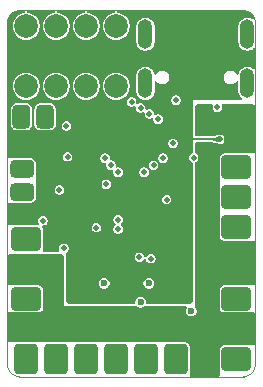
<source format=gbr>
%TF.GenerationSoftware,KiCad,Pcbnew,9.0.3-9.0.3-0~ubuntu24.04.1*%
%TF.CreationDate,2025-10-28T20:09:37+01:00*%
%TF.ProjectId,ant control board v2,616e7420-636f-46e7-9472-6f6c20626f61,2.0*%
%TF.SameCoordinates,Original*%
%TF.FileFunction,Copper,L3,Inr*%
%TF.FilePolarity,Positive*%
%FSLAX46Y46*%
G04 Gerber Fmt 4.6, Leading zero omitted, Abs format (unit mm)*
G04 Created by KiCad (PCBNEW 9.0.3-9.0.3-0~ubuntu24.04.1) date 2025-10-28 20:09:37*
%MOMM*%
%LPD*%
G01*
G04 APERTURE LIST*
G04 Aperture macros list*
%AMRoundRect*
0 Rectangle with rounded corners*
0 $1 Rounding radius*
0 $2 $3 $4 $5 $6 $7 $8 $9 X,Y pos of 4 corners*
0 Add a 4 corners polygon primitive as box body*
4,1,4,$2,$3,$4,$5,$6,$7,$8,$9,$2,$3,0*
0 Add four circle primitives for the rounded corners*
1,1,$1+$1,$2,$3*
1,1,$1+$1,$4,$5*
1,1,$1+$1,$6,$7*
1,1,$1+$1,$8,$9*
0 Add four rect primitives between the rounded corners*
20,1,$1+$1,$2,$3,$4,$5,0*
20,1,$1+$1,$4,$5,$6,$7,0*
20,1,$1+$1,$6,$7,$8,$9,0*
20,1,$1+$1,$8,$9,$2,$3,0*%
G04 Aperture macros list end*
%TA.AperFunction,ComponentPad*%
%ADD10C,0.500000*%
%TD*%
%TA.AperFunction,ComponentPad*%
%ADD11RoundRect,0.375000X0.375000X-0.625000X0.375000X0.625000X-0.375000X0.625000X-0.375000X-0.625000X0*%
%TD*%
%TA.AperFunction,ComponentPad*%
%ADD12RoundRect,0.300000X0.970000X-0.700000X0.970000X0.700000X-0.970000X0.700000X-0.970000X-0.700000X0*%
%TD*%
%TA.AperFunction,ComponentPad*%
%ADD13O,1.250000X2.500000*%
%TD*%
%TA.AperFunction,ComponentPad*%
%ADD14RoundRect,0.300000X-0.700000X-0.970000X0.700000X-0.970000X0.700000X0.970000X-0.700000X0.970000X0*%
%TD*%
%TA.AperFunction,ComponentPad*%
%ADD15C,2.000000*%
%TD*%
%TA.AperFunction,ComponentPad*%
%ADD16RoundRect,0.375000X0.625000X0.375000X-0.625000X0.375000X-0.625000X-0.375000X0.625000X-0.375000X0*%
%TD*%
%TA.AperFunction,ComponentPad*%
%ADD17RoundRect,0.300000X-0.970000X0.700000X-0.970000X-0.700000X0.970000X-0.700000X0.970000X0.700000X0*%
%TD*%
%TA.AperFunction,ViaPad*%
%ADD18C,0.500000*%
%TD*%
%TA.AperFunction,ViaPad*%
%ADD19C,0.600000*%
%TD*%
%TA.AperFunction,Conductor*%
%ADD20C,0.200000*%
%TD*%
%TA.AperFunction,Profile*%
%ADD21C,0.050000*%
%TD*%
G04 APERTURE END LIST*
D10*
%TO.N,/MCU and RX/DIGITAL_AUX1*%
%TO.C,J10*%
X102647200Y-119711200D03*
X102640000Y-118300000D03*
D11*
X102190000Y-119000000D03*
D10*
X101732800Y-119711200D03*
X101732800Y-118288800D03*
%TO.N,/MCU and RX/DIGITAL_AUX2*%
X100654400Y-118300000D03*
X100640000Y-119700000D03*
D11*
X100190000Y-119000000D03*
D10*
X99740000Y-119700000D03*
X99740000Y-118300000D03*
%TD*%
%TO.N,/MCU and RX/SERVO1*%
%TO.C,J7*%
X99721000Y-135055000D03*
X101499000Y-135055000D03*
D12*
X100610000Y-134420000D03*
D10*
X99721000Y-133785000D03*
X101499000Y-133785000D03*
%TO.N,+BATT*%
X99721000Y-132515000D03*
X101499000Y-132515000D03*
D12*
X100610000Y-131880000D03*
D10*
X99721000Y-131245000D03*
X101499000Y-131245000D03*
%TO.N,GND*%
X99721000Y-129975000D03*
X101499000Y-129975000D03*
D12*
X100610000Y-129340000D03*
D10*
X99721000Y-128705000D03*
X101499000Y-128705000D03*
%TD*%
D13*
%TO.N,GND*%
%TO.C,J3*%
X119320000Y-116180000D03*
X119320000Y-112000000D03*
X110680000Y-116180000D03*
X110680000Y-112000000D03*
%TD*%
D10*
%TO.N,/DC Motors/M2+*%
%TO.C,J5*%
X105055000Y-138611000D03*
X105055000Y-140389000D03*
D14*
X105690000Y-139500000D03*
D10*
X106325000Y-138611000D03*
X106325000Y-140389000D03*
%TO.N,/DC Motors/M2-*%
X107595000Y-138611000D03*
X107595000Y-140389000D03*
D14*
X108230000Y-139500000D03*
D10*
X108865000Y-138611000D03*
X108865000Y-140389000D03*
%TD*%
%TO.N,/MCU and RX/SERVO2*%
%TO.C,J8*%
X117501000Y-140135000D03*
X119279000Y-140135000D03*
D12*
X118390000Y-139500000D03*
D10*
X117501000Y-138865000D03*
X119279000Y-138865000D03*
%TO.N,+BATT*%
X117501000Y-137595000D03*
X119279000Y-137595000D03*
D12*
X118390000Y-136960000D03*
D10*
X117501000Y-136325000D03*
X119279000Y-136325000D03*
%TO.N,GND*%
X117501000Y-135055000D03*
X119279000Y-135055000D03*
D12*
X118390000Y-134420000D03*
D10*
X117501000Y-133785000D03*
X119279000Y-133785000D03*
%TD*%
%TO.N,/DC Motors/M3+*%
%TO.C,J6*%
X110135000Y-138611000D03*
X110135000Y-140389000D03*
D14*
X110770000Y-139500000D03*
D10*
X111405000Y-138611000D03*
X111405000Y-140389000D03*
%TO.N,/DC Motors/M3-*%
X112675000Y-138611000D03*
X112675000Y-140389000D03*
D14*
X113310000Y-139500000D03*
D10*
X113945000Y-138611000D03*
X113945000Y-140389000D03*
%TD*%
D15*
%TO.N,GND*%
%TO.C,U7*%
X108203000Y-111337000D03*
%TO.N,+3V3*%
X108203000Y-113877000D03*
%TO.N,/MCU and RX/CH1_PPM*%
X108203000Y-116417000D03*
%TO.N,GND*%
X105663000Y-111337000D03*
%TO.N,+3V3*%
X105663000Y-113877000D03*
%TO.N,/MCU and RX/CH2*%
X105663000Y-116417000D03*
%TO.N,GND*%
X103123000Y-111337000D03*
%TO.N,+3V3*%
X103123000Y-113877000D03*
%TO.N,/MCU and RX/CH3*%
X103123000Y-116417000D03*
%TO.N,GND*%
X100583000Y-111337000D03*
%TO.N,+3V3*%
X100583000Y-113877000D03*
%TO.N,/MCU and RX/CH4*%
X100583000Y-116417000D03*
%TD*%
D10*
%TO.N,/DC Motors/M1+*%
%TO.C,J4*%
X99975000Y-138611000D03*
X99975000Y-140389000D03*
D14*
X100610000Y-139500000D03*
D10*
X101245000Y-138611000D03*
X101245000Y-140389000D03*
%TO.N,/DC Motors/M1-*%
X102515000Y-138611000D03*
X102515000Y-140389000D03*
D14*
X103150000Y-139500000D03*
D10*
X103785000Y-138611000D03*
X103785000Y-140389000D03*
%TD*%
%TO.N,+3V3*%
%TO.C,J9*%
X100981200Y-120940896D03*
X99570000Y-120948096D03*
D16*
X100270000Y-121398096D03*
D10*
X100981200Y-121855296D03*
X99558800Y-121855296D03*
%TO.N,Net-(J9-Pin_2)*%
X99570000Y-122933696D03*
X100970000Y-122948096D03*
D16*
X100270000Y-123398096D03*
D10*
X100970000Y-123848096D03*
X99570000Y-123848096D03*
%TO.N,GND*%
X99570000Y-124933696D03*
X100970000Y-124948096D03*
D16*
X100270000Y-125398096D03*
D10*
X100970000Y-125848096D03*
X99570000Y-125848096D03*
%TD*%
%TO.N,/Power/+SW*%
%TO.C,J1*%
X119279000Y-127705000D03*
X117501000Y-127705000D03*
D17*
X118390000Y-128340000D03*
D10*
X119279000Y-128975000D03*
X117501000Y-128975000D03*
%TO.N,+BATT*%
X119279000Y-130245000D03*
X117501000Y-130245000D03*
D17*
X118390000Y-130880000D03*
D10*
X119279000Y-131515000D03*
X117501000Y-131515000D03*
%TD*%
%TO.N,GND*%
%TO.C,J2*%
X119279000Y-122625000D03*
X117501000Y-122625000D03*
D17*
X118390000Y-123260000D03*
D10*
X119279000Y-123895000D03*
X117501000Y-123895000D03*
%TO.N,/Power/+SW*%
X119279000Y-125165000D03*
X117501000Y-125165000D03*
D17*
X118390000Y-125800000D03*
D10*
X119279000Y-126435000D03*
X117501000Y-126435000D03*
%TD*%
D18*
%TO.N,+BATT*%
X107170000Y-135500000D03*
X111770000Y-135500000D03*
X103570000Y-130900000D03*
X103770000Y-135500000D03*
X107770000Y-135500000D03*
X111170000Y-135500000D03*
D19*
X118890000Y-119820000D03*
D18*
%TO.N,GND*%
X108370000Y-127700000D03*
X107270000Y-122500000D03*
X103400000Y-125200000D03*
X112475000Y-126013636D03*
X104090000Y-122380000D03*
X114770000Y-122450000D03*
X102000000Y-127800000D03*
X113020000Y-121250000D03*
D19*
X107190000Y-133100000D03*
D18*
X111135000Y-131015000D03*
D19*
X114570000Y-135450000D03*
X110270000Y-134700000D03*
D18*
X104000000Y-119770000D03*
D19*
X110970000Y-133100000D03*
D18*
X103770000Y-130130000D03*
%TO.N,+3V3*%
X108440000Y-133100000D03*
X107090000Y-127020000D03*
X104000000Y-127200000D03*
X116970000Y-120900000D03*
X111690000Y-126220000D03*
X105870000Y-121800000D03*
X113845000Y-112175000D03*
X113814641Y-120919880D03*
X104440000Y-133100000D03*
X110570000Y-127700000D03*
X111720000Y-133100000D03*
%TO.N,/MCU and RX/VBAT*%
X106530000Y-128390000D03*
%TO.N,Net-(J3-CC2)*%
X113270000Y-117600000D03*
%TO.N,Net-(J3-CC1)*%
X116770000Y-118200000D03*
%TO.N,/MCU and RX/SERVO1*%
X108370000Y-128500000D03*
%TO.N,/MCU and RX/SERVO2*%
X110170000Y-130900000D03*
%TO.N,/MCU and RX/UART2_RX*%
X111370000Y-123100000D03*
%TO.N,/MCU and RX/UART2_TX*%
X112170000Y-122500000D03*
%TO.N,/MCU and RX/BOOT0*%
X110570000Y-123700000D03*
X111753527Y-119206305D03*
%TO.N,/MCU and RX/I2C1_SDA*%
X107770000Y-123100000D03*
X107370000Y-124700000D03*
%TO.N,/MCU and RX/I2C1_SCL*%
X108370000Y-123700000D03*
%TO.N,/MCU and RX/CH4*%
X111020000Y-118750000D03*
%TO.N,/MCU and RX/CH2*%
X109520000Y-117750000D03*
%TO.N,/MCU and RX/CH3*%
X110270000Y-118250000D03*
%TD*%
D20*
%TO.N,+3V3*%
X113814641Y-120919880D02*
X116950120Y-120919880D01*
X116950120Y-120919880D02*
X116970000Y-120900000D01*
%TD*%
%TA.AperFunction,Conductor*%
%TO.N,+BATT*%
G36*
X116358543Y-117928907D02*
G01*
X116394507Y-117978407D01*
X116394507Y-118037536D01*
X116394746Y-118037601D01*
X116394507Y-118038492D01*
X116394507Y-118039593D01*
X116393429Y-118042513D01*
X116393066Y-118043869D01*
X116365500Y-118146747D01*
X116365500Y-118253253D01*
X116389810Y-118343980D01*
X116393067Y-118356135D01*
X116446316Y-118448364D01*
X116446318Y-118448366D01*
X116446320Y-118448369D01*
X116521631Y-118523680D01*
X116521633Y-118523681D01*
X116521635Y-118523683D01*
X116613865Y-118576932D01*
X116613863Y-118576932D01*
X116613867Y-118576933D01*
X116613869Y-118576934D01*
X116716747Y-118604500D01*
X116716749Y-118604500D01*
X116823251Y-118604500D01*
X116823253Y-118604500D01*
X116926131Y-118576934D01*
X116926133Y-118576932D01*
X116926135Y-118576932D01*
X117018364Y-118523683D01*
X117018364Y-118523682D01*
X117018369Y-118523680D01*
X117093680Y-118448369D01*
X117146934Y-118356131D01*
X117174500Y-118253253D01*
X117174500Y-118146747D01*
X117146934Y-118043869D01*
X117146933Y-118043867D01*
X117145254Y-118037601D01*
X117147404Y-118037024D01*
X117143387Y-117985874D01*
X117175364Y-117933710D01*
X117231895Y-117910304D01*
X117239648Y-117910000D01*
X119690248Y-117910000D01*
X119709562Y-117911902D01*
X119795492Y-117928994D01*
X119831177Y-117943775D01*
X119895761Y-117986929D01*
X119923070Y-118014238D01*
X119940012Y-118039593D01*
X119966223Y-118078821D01*
X119981005Y-118114507D01*
X119997598Y-118197922D01*
X119999500Y-118217237D01*
X119999500Y-122001000D01*
X119980593Y-122059191D01*
X119931093Y-122095155D01*
X119900500Y-122100000D01*
X117369999Y-122100000D01*
X117353751Y-122106729D01*
X117337010Y-122111980D01*
X117335301Y-122112353D01*
X117207116Y-122157207D01*
X117097855Y-122237845D01*
X117097845Y-122237855D01*
X117017207Y-122347116D01*
X116972354Y-122475299D01*
X116972353Y-122475302D01*
X116971412Y-122485334D01*
X116970041Y-122499958D01*
X116970000Y-122500000D01*
X116970000Y-122500394D01*
X116969568Y-122505002D01*
X116969568Y-122505008D01*
X116969500Y-122505733D01*
X116969500Y-124014270D01*
X116969566Y-124014973D01*
X116970000Y-124024230D01*
X116970000Y-125035766D01*
X116969568Y-125045008D01*
X116969500Y-125045733D01*
X116969500Y-126554270D01*
X116969566Y-126554973D01*
X116970000Y-126564230D01*
X116970000Y-127575766D01*
X116969568Y-127585008D01*
X116969500Y-127585733D01*
X116969500Y-129094274D01*
X116972353Y-129124694D01*
X116972355Y-129124703D01*
X117017207Y-129252883D01*
X117097845Y-129362144D01*
X117097847Y-129362146D01*
X117097850Y-129362150D01*
X117097853Y-129362152D01*
X117097855Y-129362154D01*
X117207116Y-129442792D01*
X117207117Y-129442792D01*
X117207118Y-129442793D01*
X117335301Y-129487646D01*
X117365725Y-129490499D01*
X117365727Y-129490500D01*
X117365734Y-129490500D01*
X117427373Y-129490500D01*
X117465259Y-129498036D01*
X117469999Y-129499999D01*
X117470000Y-129500000D01*
X119900500Y-129500000D01*
X119958691Y-129518907D01*
X119994655Y-129568407D01*
X119999500Y-129599000D01*
X119999500Y-133165575D01*
X119980593Y-133223766D01*
X119931093Y-133259730D01*
X119900500Y-133264575D01*
X117452985Y-133264575D01*
X117431970Y-133269500D01*
X117365725Y-133269500D01*
X117335305Y-133272353D01*
X117335296Y-133272355D01*
X117207116Y-133317207D01*
X117097855Y-133397845D01*
X117097845Y-133397855D01*
X117017207Y-133507116D01*
X116972355Y-133635296D01*
X116972353Y-133635305D01*
X116969500Y-133665725D01*
X116969500Y-135174274D01*
X116972353Y-135204694D01*
X116972355Y-135204703D01*
X117017207Y-135332883D01*
X117097845Y-135442144D01*
X117097847Y-135442146D01*
X117097850Y-135442150D01*
X117097853Y-135442152D01*
X117097855Y-135442154D01*
X117207116Y-135522792D01*
X117207117Y-135522792D01*
X117207118Y-135522793D01*
X117335301Y-135567646D01*
X117365725Y-135570499D01*
X117365727Y-135570500D01*
X117365734Y-135570500D01*
X119414273Y-135570500D01*
X119414275Y-135570499D01*
X119416904Y-135570252D01*
X119444930Y-135567625D01*
X119454174Y-135567192D01*
X119900500Y-135567192D01*
X119958691Y-135586099D01*
X119994655Y-135635599D01*
X119999500Y-135666192D01*
X119999500Y-138248383D01*
X119980593Y-138306574D01*
X119931093Y-138342538D01*
X119900500Y-138347383D01*
X117396671Y-138347383D01*
X117387635Y-138349500D01*
X117365725Y-138349500D01*
X117335305Y-138352353D01*
X117335296Y-138352355D01*
X117207116Y-138397207D01*
X117097855Y-138477845D01*
X117097845Y-138477855D01*
X117017207Y-138587116D01*
X116972355Y-138715296D01*
X116972353Y-138715305D01*
X116969500Y-138745725D01*
X116969500Y-140254270D01*
X116969566Y-140254973D01*
X116970000Y-140264230D01*
X116970000Y-140900500D01*
X116951093Y-140958691D01*
X116901593Y-140994655D01*
X116871000Y-140999500D01*
X114556649Y-140999500D01*
X114498458Y-140980593D01*
X114462494Y-140931093D01*
X114457649Y-140900500D01*
X114457649Y-140559304D01*
X114458081Y-140550061D01*
X114460500Y-140524265D01*
X114460500Y-138475727D01*
X114460499Y-138475725D01*
X114457646Y-138445305D01*
X114457646Y-138445301D01*
X114412793Y-138317118D01*
X114405011Y-138306574D01*
X114332154Y-138207855D01*
X114332152Y-138207853D01*
X114332150Y-138207850D01*
X114332146Y-138207847D01*
X114332144Y-138207845D01*
X114222883Y-138127207D01*
X114094703Y-138082355D01*
X114094694Y-138082353D01*
X114064274Y-138079500D01*
X114064266Y-138079500D01*
X112555734Y-138079500D01*
X112555725Y-138079500D01*
X112549289Y-138080103D01*
X112540061Y-138080534D01*
X111539714Y-138080514D01*
X111530476Y-138080082D01*
X111524267Y-138079500D01*
X111524266Y-138079500D01*
X110015734Y-138079500D01*
X110015729Y-138079500D01*
X110009867Y-138080049D01*
X110000637Y-138080480D01*
X108999125Y-138080459D01*
X108989891Y-138080027D01*
X108984270Y-138079500D01*
X108984266Y-138079500D01*
X107475734Y-138079500D01*
X107475730Y-138079500D01*
X107470443Y-138079995D01*
X107461212Y-138080426D01*
X106458550Y-138080405D01*
X106449313Y-138079973D01*
X106444267Y-138079500D01*
X106444266Y-138079500D01*
X104935734Y-138079500D01*
X104935718Y-138079500D01*
X104931025Y-138079940D01*
X104921800Y-138080371D01*
X103917975Y-138080351D01*
X103908736Y-138079919D01*
X103904267Y-138079500D01*
X103904266Y-138079500D01*
X102395734Y-138079500D01*
X102395721Y-138079500D01*
X102391603Y-138079886D01*
X102382376Y-138080317D01*
X101377386Y-138080296D01*
X101368151Y-138079864D01*
X101364268Y-138079500D01*
X101364266Y-138079500D01*
X99855734Y-138079500D01*
X99855719Y-138079500D01*
X99852177Y-138079832D01*
X99842950Y-138080263D01*
X99099498Y-138080248D01*
X99041308Y-138061340D01*
X99005345Y-138011839D01*
X99000500Y-137981248D01*
X99000500Y-135656440D01*
X99019407Y-135598249D01*
X99068907Y-135562285D01*
X99099500Y-135557440D01*
X99509314Y-135557440D01*
X99542011Y-135562995D01*
X99555301Y-135567646D01*
X99585725Y-135570499D01*
X99585727Y-135570500D01*
X99585734Y-135570500D01*
X101634273Y-135570500D01*
X101634273Y-135570499D01*
X101664699Y-135567646D01*
X101792882Y-135522793D01*
X101902150Y-135442150D01*
X101982793Y-135332882D01*
X102027646Y-135204699D01*
X102030499Y-135174273D01*
X102030500Y-135174273D01*
X102030500Y-134996194D01*
X102033178Y-134979863D01*
X102033178Y-133757533D01*
X102030500Y-133744944D01*
X102030500Y-133665727D01*
X102030499Y-133665725D01*
X102027646Y-133635305D01*
X102027646Y-133635301D01*
X101982793Y-133507118D01*
X101960516Y-133476934D01*
X101902154Y-133397855D01*
X101902152Y-133397853D01*
X101902150Y-133397850D01*
X101902146Y-133397847D01*
X101902144Y-133397845D01*
X101792883Y-133317207D01*
X101664703Y-133272355D01*
X101664694Y-133272353D01*
X101634274Y-133269500D01*
X101634266Y-133269500D01*
X99585734Y-133269500D01*
X99571037Y-133270878D01*
X99563522Y-133271583D01*
X99554279Y-133272015D01*
X99099500Y-133272015D01*
X99041309Y-133253108D01*
X99005345Y-133203608D01*
X99000500Y-133173015D01*
X99000500Y-130917237D01*
X99002402Y-130897923D01*
X99018994Y-130814508D01*
X99018995Y-130814507D01*
X99018994Y-130814506D01*
X99033774Y-130778824D01*
X99076931Y-130714235D01*
X99104235Y-130686931D01*
X99168824Y-130643774D01*
X99204507Y-130628994D01*
X99249341Y-130620076D01*
X99290439Y-130611902D01*
X99309752Y-130610000D01*
X103475248Y-130610000D01*
X103494562Y-130611902D01*
X103580492Y-130628994D01*
X103616177Y-130643775D01*
X103680761Y-130686929D01*
X103708070Y-130714238D01*
X103742821Y-130766246D01*
X103751223Y-130778821D01*
X103766005Y-130814507D01*
X103783098Y-130900436D01*
X103785000Y-130919751D01*
X103785000Y-135055000D01*
X103785001Y-135055000D01*
X109949350Y-135055000D01*
X109998848Y-135068262D01*
X110094569Y-135123527D01*
X110210164Y-135154500D01*
X110210166Y-135154500D01*
X110329834Y-135154500D01*
X110329836Y-135154500D01*
X110445431Y-135123527D01*
X110541151Y-135068262D01*
X110590650Y-135055000D01*
X114101769Y-135055000D01*
X114159960Y-135073907D01*
X114195924Y-135123407D01*
X114195924Y-135184593D01*
X114187506Y-135203497D01*
X114186810Y-135204703D01*
X114146474Y-135274565D01*
X114146473Y-135274569D01*
X114115500Y-135390164D01*
X114115500Y-135509836D01*
X114139190Y-135598249D01*
X114146474Y-135625434D01*
X114170006Y-135666192D01*
X114206309Y-135729070D01*
X114290930Y-135813691D01*
X114290932Y-135813692D01*
X114394566Y-135873525D01*
X114394569Y-135873527D01*
X114510164Y-135904500D01*
X114510166Y-135904500D01*
X114629834Y-135904500D01*
X114629836Y-135904500D01*
X114745431Y-135873527D01*
X114849070Y-135813691D01*
X114933691Y-135729070D01*
X114993527Y-135625431D01*
X115024500Y-135509836D01*
X115024500Y-135390164D01*
X114993527Y-135274569D01*
X114933691Y-135170930D01*
X114898984Y-135136223D01*
X114871209Y-135081709D01*
X114869990Y-135066135D01*
X114870000Y-135055000D01*
X114880625Y-122910272D01*
X114899582Y-122852103D01*
X114930121Y-122824629D01*
X115018369Y-122773680D01*
X115093680Y-122698369D01*
X115093683Y-122698364D01*
X115146932Y-122606135D01*
X115146932Y-122606133D01*
X115146934Y-122606131D01*
X115174500Y-122503253D01*
X115174500Y-122396747D01*
X115146934Y-122293869D01*
X115146932Y-122293866D01*
X115146932Y-122293864D01*
X115093683Y-122201635D01*
X115093681Y-122201633D01*
X115093680Y-122201631D01*
X115018369Y-122126320D01*
X115018366Y-122126318D01*
X115018364Y-122126316D01*
X114930930Y-122075836D01*
X114889989Y-122030367D01*
X114881430Y-121990015D01*
X114882061Y-121269292D01*
X114901019Y-121211119D01*
X114950551Y-121175199D01*
X114981061Y-121170380D01*
X116345641Y-121170380D01*
X116353246Y-121170672D01*
X116361241Y-121171287D01*
X116379436Y-121175714D01*
X116466492Y-121179396D01*
X116468185Y-121179527D01*
X116468610Y-121179702D01*
X116475785Y-121180409D01*
X116523899Y-121187893D01*
X116539246Y-121191553D01*
X116636241Y-121223037D01*
X116638939Y-121223956D01*
X116730882Y-121256781D01*
X116738050Y-121259145D01*
X116739122Y-121259470D01*
X116743636Y-121260722D01*
X116746215Y-121261439D01*
X116746223Y-121261441D01*
X116871325Y-121292981D01*
X116874852Y-121293827D01*
X116875384Y-121293948D01*
X116880425Y-121295095D01*
X116880408Y-121295166D01*
X116885790Y-121296204D01*
X116916747Y-121304500D01*
X116916748Y-121304500D01*
X117023251Y-121304500D01*
X117023253Y-121304500D01*
X117126131Y-121276934D01*
X117126133Y-121276932D01*
X117126135Y-121276932D01*
X117218364Y-121223683D01*
X117218364Y-121223682D01*
X117218369Y-121223680D01*
X117293680Y-121148369D01*
X117346934Y-121056131D01*
X117374500Y-120953253D01*
X117374500Y-120846747D01*
X117346934Y-120743869D01*
X117346932Y-120743866D01*
X117346932Y-120743864D01*
X117293683Y-120651635D01*
X117293681Y-120651633D01*
X117293680Y-120651631D01*
X117218369Y-120576320D01*
X117218366Y-120576318D01*
X117218364Y-120576316D01*
X117126134Y-120523067D01*
X117126136Y-120523067D01*
X117072247Y-120508628D01*
X117023253Y-120495500D01*
X116916747Y-120495500D01*
X116916745Y-120495500D01*
X116867747Y-120508627D01*
X116867748Y-120508628D01*
X116864414Y-120509521D01*
X116864298Y-120509533D01*
X116863668Y-120509721D01*
X116862266Y-120510097D01*
X116813869Y-120523066D01*
X116807874Y-120525549D01*
X116807691Y-120525107D01*
X116797100Y-120529676D01*
X116716657Y-120553792D01*
X116704440Y-120558014D01*
X116702651Y-120558717D01*
X116690825Y-120563941D01*
X116610025Y-120603726D01*
X116606401Y-120605421D01*
X116518075Y-120644560D01*
X116498129Y-120650973D01*
X116465218Y-120657819D01*
X116450768Y-120659729D01*
X116376855Y-120664000D01*
X116366436Y-120666548D01*
X116342927Y-120669380D01*
X114981673Y-120669380D01*
X114923482Y-120650473D01*
X114887518Y-120600973D01*
X114882673Y-120570293D01*
X114883401Y-119736941D01*
X114884729Y-118219477D01*
X114886645Y-118200186D01*
X114903795Y-118114309D01*
X114918589Y-118078658D01*
X114961757Y-118014129D01*
X114989062Y-117986848D01*
X115053628Y-117943737D01*
X115089295Y-117928973D01*
X115139725Y-117918948D01*
X115175182Y-117911900D01*
X115194484Y-117910000D01*
X116300352Y-117910000D01*
X116358543Y-117928907D01*
G37*
%TD.AperFunction*%
%TD*%
%TA.AperFunction,Conductor*%
%TO.N,+3V3*%
G36*
X100467086Y-110019407D02*
G01*
X100503050Y-110068907D01*
X100503050Y-110130093D01*
X100467086Y-110179593D01*
X100424382Y-110197281D01*
X100313593Y-110214828D01*
X100141362Y-110270788D01*
X99980008Y-110353002D01*
X99964001Y-110364632D01*
X99833499Y-110459447D01*
X99705447Y-110587499D01*
X99696728Y-110599500D01*
X99599002Y-110734008D01*
X99516788Y-110895362D01*
X99460828Y-111067593D01*
X99432500Y-111246450D01*
X99432500Y-111427549D01*
X99460828Y-111606406D01*
X99460829Y-111606409D01*
X99516789Y-111778639D01*
X99599004Y-111939994D01*
X99705447Y-112086501D01*
X99833499Y-112214553D01*
X99980006Y-112320996D01*
X100141361Y-112403211D01*
X100313591Y-112459171D01*
X100385136Y-112470502D01*
X100492451Y-112487500D01*
X100492454Y-112487500D01*
X100673549Y-112487500D01*
X100762977Y-112473335D01*
X100852409Y-112459171D01*
X101024639Y-112403211D01*
X101185994Y-112320996D01*
X101332501Y-112214553D01*
X101460553Y-112086501D01*
X101566996Y-111939994D01*
X101649211Y-111778639D01*
X101705171Y-111606409D01*
X101733500Y-111427546D01*
X101733500Y-111246454D01*
X101733500Y-111246450D01*
X101705171Y-111067593D01*
X101705171Y-111067591D01*
X101649211Y-110895361D01*
X101566996Y-110734006D01*
X101460553Y-110587499D01*
X101332501Y-110459447D01*
X101185994Y-110353004D01*
X101185993Y-110353003D01*
X101185991Y-110353002D01*
X101024637Y-110270788D01*
X100852406Y-110214828D01*
X100741618Y-110197281D01*
X100687101Y-110169504D01*
X100659324Y-110114987D01*
X100668895Y-110054555D01*
X100712160Y-110011290D01*
X100757105Y-110000500D01*
X102948895Y-110000500D01*
X103007086Y-110019407D01*
X103043050Y-110068907D01*
X103043050Y-110130093D01*
X103007086Y-110179593D01*
X102964382Y-110197281D01*
X102853593Y-110214828D01*
X102681362Y-110270788D01*
X102520008Y-110353002D01*
X102504001Y-110364632D01*
X102373499Y-110459447D01*
X102245447Y-110587499D01*
X102236728Y-110599500D01*
X102139002Y-110734008D01*
X102056788Y-110895362D01*
X102000828Y-111067593D01*
X101972500Y-111246450D01*
X101972500Y-111427549D01*
X102000828Y-111606406D01*
X102000829Y-111606409D01*
X102056789Y-111778639D01*
X102139004Y-111939994D01*
X102245447Y-112086501D01*
X102373499Y-112214553D01*
X102520006Y-112320996D01*
X102681361Y-112403211D01*
X102853591Y-112459171D01*
X102925136Y-112470502D01*
X103032451Y-112487500D01*
X103032454Y-112487500D01*
X103213549Y-112487500D01*
X103302977Y-112473335D01*
X103392409Y-112459171D01*
X103564639Y-112403211D01*
X103725994Y-112320996D01*
X103872501Y-112214553D01*
X104000553Y-112086501D01*
X104106996Y-111939994D01*
X104189211Y-111778639D01*
X104245171Y-111606409D01*
X104273500Y-111427546D01*
X104273500Y-111246454D01*
X104273500Y-111246450D01*
X104245171Y-111067593D01*
X104245171Y-111067591D01*
X104189211Y-110895361D01*
X104106996Y-110734006D01*
X104000553Y-110587499D01*
X103872501Y-110459447D01*
X103725994Y-110353004D01*
X103725993Y-110353003D01*
X103725991Y-110353002D01*
X103564637Y-110270788D01*
X103392406Y-110214828D01*
X103281618Y-110197281D01*
X103227101Y-110169504D01*
X103199324Y-110114987D01*
X103208895Y-110054555D01*
X103252160Y-110011290D01*
X103297105Y-110000500D01*
X105488895Y-110000500D01*
X105547086Y-110019407D01*
X105583050Y-110068907D01*
X105583050Y-110130093D01*
X105547086Y-110179593D01*
X105504382Y-110197281D01*
X105393593Y-110214828D01*
X105221362Y-110270788D01*
X105060008Y-110353002D01*
X105044001Y-110364632D01*
X104913499Y-110459447D01*
X104785447Y-110587499D01*
X104776728Y-110599500D01*
X104679002Y-110734008D01*
X104596788Y-110895362D01*
X104540828Y-111067593D01*
X104512500Y-111246450D01*
X104512500Y-111427549D01*
X104540828Y-111606406D01*
X104540829Y-111606409D01*
X104596789Y-111778639D01*
X104679004Y-111939994D01*
X104785447Y-112086501D01*
X104913499Y-112214553D01*
X105060006Y-112320996D01*
X105221361Y-112403211D01*
X105393591Y-112459171D01*
X105465136Y-112470502D01*
X105572451Y-112487500D01*
X105572454Y-112487500D01*
X105753549Y-112487500D01*
X105842977Y-112473335D01*
X105932409Y-112459171D01*
X106104639Y-112403211D01*
X106265994Y-112320996D01*
X106412501Y-112214553D01*
X106540553Y-112086501D01*
X106646996Y-111939994D01*
X106729211Y-111778639D01*
X106785171Y-111606409D01*
X106813500Y-111427546D01*
X106813500Y-111246454D01*
X106813500Y-111246450D01*
X106785171Y-111067593D01*
X106785171Y-111067591D01*
X106729211Y-110895361D01*
X106646996Y-110734006D01*
X106540553Y-110587499D01*
X106412501Y-110459447D01*
X106265994Y-110353004D01*
X106265993Y-110353003D01*
X106265991Y-110353002D01*
X106104637Y-110270788D01*
X105932406Y-110214828D01*
X105821618Y-110197281D01*
X105767101Y-110169504D01*
X105739324Y-110114987D01*
X105748895Y-110054555D01*
X105792160Y-110011290D01*
X105837105Y-110000500D01*
X108028895Y-110000500D01*
X108087086Y-110019407D01*
X108123050Y-110068907D01*
X108123050Y-110130093D01*
X108087086Y-110179593D01*
X108044382Y-110197281D01*
X107933593Y-110214828D01*
X107761362Y-110270788D01*
X107600008Y-110353002D01*
X107584001Y-110364632D01*
X107453499Y-110459447D01*
X107325447Y-110587499D01*
X107316728Y-110599500D01*
X107219002Y-110734008D01*
X107136788Y-110895362D01*
X107080828Y-111067593D01*
X107052500Y-111246450D01*
X107052500Y-111427549D01*
X107080828Y-111606406D01*
X107080829Y-111606409D01*
X107136789Y-111778639D01*
X107219004Y-111939994D01*
X107325447Y-112086501D01*
X107453499Y-112214553D01*
X107600006Y-112320996D01*
X107761361Y-112403211D01*
X107933591Y-112459171D01*
X108005136Y-112470502D01*
X108112451Y-112487500D01*
X108112454Y-112487500D01*
X108293549Y-112487500D01*
X108382977Y-112473335D01*
X108472409Y-112459171D01*
X108644639Y-112403211D01*
X108805994Y-112320996D01*
X108952501Y-112214553D01*
X109080553Y-112086501D01*
X109186996Y-111939994D01*
X109269211Y-111778639D01*
X109325171Y-111606409D01*
X109353500Y-111427546D01*
X109353500Y-111298617D01*
X109904500Y-111298617D01*
X109904500Y-112701382D01*
X109934302Y-112851204D01*
X109934302Y-112851206D01*
X109992759Y-112992334D01*
X109992759Y-112992335D01*
X110035049Y-113055626D01*
X110077630Y-113119352D01*
X110185648Y-113227370D01*
X110312663Y-113312239D01*
X110453795Y-113370698D01*
X110603620Y-113400500D01*
X110603621Y-113400500D01*
X110756379Y-113400500D01*
X110756380Y-113400500D01*
X110906205Y-113370698D01*
X111047337Y-113312239D01*
X111174352Y-113227370D01*
X111282370Y-113119352D01*
X111367239Y-112992337D01*
X111425698Y-112851205D01*
X111455500Y-112701380D01*
X111455500Y-111298620D01*
X111425698Y-111148795D01*
X111367240Y-111007665D01*
X111367240Y-111007664D01*
X111346094Y-110976018D01*
X111282370Y-110880648D01*
X111174352Y-110772630D01*
X111047337Y-110687761D01*
X111047336Y-110687760D01*
X111047334Y-110687759D01*
X110906205Y-110629302D01*
X110756382Y-110599500D01*
X110756380Y-110599500D01*
X110603620Y-110599500D01*
X110603617Y-110599500D01*
X110453795Y-110629302D01*
X110453793Y-110629302D01*
X110312665Y-110687759D01*
X110312664Y-110687759D01*
X110185648Y-110772630D01*
X110185644Y-110772633D01*
X110077633Y-110880644D01*
X110077630Y-110880648D01*
X109992759Y-111007664D01*
X109992759Y-111007665D01*
X109934302Y-111148793D01*
X109934302Y-111148795D01*
X109904500Y-111298617D01*
X109353500Y-111298617D01*
X109353500Y-111246454D01*
X109353500Y-111246450D01*
X109325171Y-111067593D01*
X109325171Y-111067591D01*
X109269211Y-110895361D01*
X109186996Y-110734006D01*
X109080553Y-110587499D01*
X108952501Y-110459447D01*
X108805994Y-110353004D01*
X108805993Y-110353003D01*
X108805991Y-110353002D01*
X108644637Y-110270788D01*
X108472406Y-110214828D01*
X108361618Y-110197281D01*
X108307101Y-110169504D01*
X108279324Y-110114987D01*
X108288895Y-110054555D01*
X108332160Y-110011290D01*
X108377105Y-110000500D01*
X118995681Y-110000500D01*
X119004309Y-110000877D01*
X119152914Y-110013878D01*
X119163567Y-110015399D01*
X119195061Y-110021663D01*
X119201312Y-110023120D01*
X119328507Y-110057202D01*
X119340763Y-110061363D01*
X119359734Y-110069221D01*
X119363688Y-110070961D01*
X119491899Y-110130747D01*
X119506841Y-110139373D01*
X119614603Y-110214829D01*
X119635367Y-110229368D01*
X119648587Y-110240460D01*
X119759539Y-110351412D01*
X119770631Y-110364632D01*
X119860625Y-110493157D01*
X119869253Y-110508102D01*
X119923682Y-110624825D01*
X119931139Y-110685554D01*
X119901476Y-110739068D01*
X119846023Y-110764926D01*
X119785962Y-110753251D01*
X119778957Y-110748979D01*
X119687340Y-110687762D01*
X119687334Y-110687759D01*
X119546205Y-110629302D01*
X119396382Y-110599500D01*
X119396380Y-110599500D01*
X119243620Y-110599500D01*
X119243617Y-110599500D01*
X119093795Y-110629302D01*
X119093793Y-110629302D01*
X118952665Y-110687759D01*
X118952664Y-110687759D01*
X118825648Y-110772630D01*
X118825644Y-110772633D01*
X118717633Y-110880644D01*
X118717630Y-110880648D01*
X118632759Y-111007664D01*
X118632759Y-111007665D01*
X118574302Y-111148793D01*
X118574302Y-111148795D01*
X118544500Y-111298617D01*
X118544500Y-112701382D01*
X118574302Y-112851204D01*
X118574302Y-112851206D01*
X118632759Y-112992334D01*
X118632759Y-112992335D01*
X118675049Y-113055626D01*
X118717630Y-113119352D01*
X118825648Y-113227370D01*
X118952663Y-113312239D01*
X119093795Y-113370698D01*
X119243620Y-113400500D01*
X119243621Y-113400500D01*
X119396379Y-113400500D01*
X119396380Y-113400500D01*
X119546205Y-113370698D01*
X119687337Y-113312239D01*
X119814352Y-113227370D01*
X119830496Y-113211226D01*
X119885013Y-113183449D01*
X119945445Y-113193020D01*
X119988710Y-113236285D01*
X119999500Y-113281230D01*
X119999500Y-114898770D01*
X119980593Y-114956961D01*
X119931093Y-114992925D01*
X119869907Y-114992925D01*
X119830496Y-114968774D01*
X119814355Y-114952633D01*
X119814352Y-114952630D01*
X119687337Y-114867761D01*
X119687336Y-114867760D01*
X119687334Y-114867759D01*
X119546205Y-114809302D01*
X119396382Y-114779500D01*
X119396380Y-114779500D01*
X119243620Y-114779500D01*
X119243617Y-114779500D01*
X119093795Y-114809302D01*
X119093793Y-114809302D01*
X118952665Y-114867759D01*
X118952664Y-114867759D01*
X118825648Y-114952630D01*
X118825644Y-114952633D01*
X118717633Y-115060644D01*
X118717630Y-115060648D01*
X118632759Y-115187664D01*
X118632759Y-115187665D01*
X118574302Y-115328793D01*
X118574302Y-115328795D01*
X118569777Y-115351544D01*
X118539880Y-115404928D01*
X118484315Y-115430544D01*
X118424305Y-115418607D01*
X118386943Y-115381730D01*
X118353718Y-115324183D01*
X118353716Y-115324181D01*
X118353715Y-115324179D01*
X118245821Y-115216285D01*
X118245818Y-115216283D01*
X118245816Y-115216281D01*
X118113681Y-115139993D01*
X118113682Y-115139993D01*
X118082532Y-115131646D01*
X117966293Y-115100500D01*
X117813707Y-115100500D01*
X117748720Y-115117913D01*
X117666317Y-115139993D01*
X117534183Y-115216281D01*
X117426281Y-115324183D01*
X117349993Y-115456317D01*
X117310500Y-115603707D01*
X117310500Y-115756292D01*
X117349993Y-115903682D01*
X117426281Y-116035816D01*
X117426283Y-116035818D01*
X117426285Y-116035821D01*
X117534179Y-116143715D01*
X117534181Y-116143716D01*
X117534183Y-116143718D01*
X117666318Y-116220006D01*
X117666319Y-116220006D01*
X117666322Y-116220008D01*
X117813707Y-116259500D01*
X117813708Y-116259500D01*
X117966292Y-116259500D01*
X117966293Y-116259500D01*
X118113678Y-116220008D01*
X118113680Y-116220006D01*
X118113682Y-116220006D01*
X118245816Y-116143718D01*
X118245816Y-116143717D01*
X118245821Y-116143715D01*
X118353715Y-116035821D01*
X118359763Y-116025344D01*
X118405233Y-115984404D01*
X118466083Y-115978008D01*
X118519071Y-116008601D01*
X118543958Y-116064497D01*
X118544500Y-116074845D01*
X118544500Y-116881380D01*
X118572071Y-117019991D01*
X118574302Y-117031204D01*
X118574302Y-117031206D01*
X118632759Y-117172334D01*
X118632759Y-117172335D01*
X118648238Y-117195500D01*
X118717630Y-117299352D01*
X118825648Y-117407370D01*
X118857549Y-117428686D01*
X118895428Y-117476734D01*
X118897830Y-117537873D01*
X118863837Y-117588746D01*
X118806434Y-117609924D01*
X118802547Y-117610000D01*
X114685000Y-117610000D01*
X114681199Y-121979145D01*
X114662241Y-122037319D01*
X114619056Y-122068637D01*
X114619863Y-122070583D01*
X114613865Y-122073067D01*
X114521635Y-122126316D01*
X114446316Y-122201635D01*
X114393067Y-122293864D01*
X114393066Y-122293869D01*
X114365500Y-122396747D01*
X114365500Y-122503253D01*
X114389810Y-122593980D01*
X114393067Y-122606135D01*
X114446316Y-122698364D01*
X114446318Y-122698366D01*
X114446320Y-122698369D01*
X114521631Y-122773680D01*
X114521633Y-122773681D01*
X114521635Y-122773683D01*
X114613863Y-122826931D01*
X114613865Y-122826932D01*
X114613869Y-122826934D01*
X114613872Y-122826934D01*
X114619263Y-122829168D01*
X114665789Y-122868904D01*
X114680379Y-122920719D01*
X114673606Y-130710000D01*
X114670269Y-134545515D01*
X114668352Y-134564817D01*
X114651204Y-134650685D01*
X114636406Y-134686344D01*
X114593242Y-134750867D01*
X114565932Y-134778153D01*
X114501374Y-134821259D01*
X114465703Y-134836026D01*
X114398213Y-134849443D01*
X114379817Y-134853100D01*
X114360515Y-134855000D01*
X110823500Y-134855000D01*
X110765309Y-134836093D01*
X110729345Y-134786593D01*
X110724500Y-134756000D01*
X110724500Y-134640165D01*
X110704311Y-134564817D01*
X110693527Y-134524569D01*
X110633691Y-134420930D01*
X110549070Y-134336309D01*
X110445433Y-134276474D01*
X110445435Y-134276474D01*
X110431780Y-134272815D01*
X110329836Y-134245500D01*
X110210164Y-134245500D01*
X110108219Y-134272815D01*
X110094565Y-134276474D01*
X109990932Y-134336307D01*
X109906307Y-134420932D01*
X109846474Y-134524565D01*
X109815500Y-134640165D01*
X109815500Y-134756000D01*
X109796593Y-134814191D01*
X109747093Y-134850155D01*
X109716500Y-134855000D01*
X104294752Y-134855000D01*
X104275438Y-134853098D01*
X104189508Y-134836005D01*
X104153821Y-134821223D01*
X104141246Y-134812821D01*
X104089238Y-134778070D01*
X104061929Y-134750761D01*
X104018775Y-134686177D01*
X104003994Y-134650491D01*
X103986902Y-134564562D01*
X103985000Y-134545248D01*
X103985000Y-133040164D01*
X106735500Y-133040164D01*
X106735500Y-133159836D01*
X106749913Y-133213626D01*
X106766474Y-133275434D01*
X106826307Y-133379067D01*
X106826309Y-133379070D01*
X106910930Y-133463691D01*
X106910932Y-133463692D01*
X107014566Y-133523525D01*
X107014569Y-133523527D01*
X107130164Y-133554500D01*
X107130166Y-133554500D01*
X107249834Y-133554500D01*
X107249836Y-133554500D01*
X107365431Y-133523527D01*
X107469070Y-133463691D01*
X107553691Y-133379070D01*
X107613527Y-133275431D01*
X107644500Y-133159836D01*
X107644500Y-133040164D01*
X110515500Y-133040164D01*
X110515500Y-133159836D01*
X110529913Y-133213626D01*
X110546474Y-133275434D01*
X110606307Y-133379067D01*
X110606309Y-133379070D01*
X110690930Y-133463691D01*
X110690932Y-133463692D01*
X110794566Y-133523525D01*
X110794569Y-133523527D01*
X110910164Y-133554500D01*
X110910166Y-133554500D01*
X111029834Y-133554500D01*
X111029836Y-133554500D01*
X111145431Y-133523527D01*
X111249070Y-133463691D01*
X111333691Y-133379070D01*
X111393527Y-133275431D01*
X111424500Y-133159836D01*
X111424500Y-133040164D01*
X111393527Y-132924569D01*
X111333691Y-132820930D01*
X111249070Y-132736309D01*
X111145433Y-132676474D01*
X111145435Y-132676474D01*
X111131780Y-132672815D01*
X111029836Y-132645500D01*
X110910164Y-132645500D01*
X110808219Y-132672815D01*
X110794565Y-132676474D01*
X110690932Y-132736307D01*
X110606307Y-132820932D01*
X110546474Y-132924565D01*
X110546473Y-132924569D01*
X110515500Y-133040164D01*
X107644500Y-133040164D01*
X107613527Y-132924569D01*
X107553691Y-132820930D01*
X107469070Y-132736309D01*
X107365433Y-132676474D01*
X107365435Y-132676474D01*
X107351780Y-132672815D01*
X107249836Y-132645500D01*
X107130164Y-132645500D01*
X107028219Y-132672815D01*
X107014565Y-132676474D01*
X106910932Y-132736307D01*
X106826307Y-132820932D01*
X106766474Y-132924565D01*
X106766473Y-132924569D01*
X106735500Y-133040164D01*
X103985000Y-133040164D01*
X103985000Y-130846747D01*
X109765500Y-130846747D01*
X109765500Y-130953253D01*
X109778140Y-131000425D01*
X109793067Y-131056135D01*
X109846316Y-131148364D01*
X109846318Y-131148366D01*
X109846320Y-131148369D01*
X109921631Y-131223680D01*
X109921633Y-131223681D01*
X109921635Y-131223683D01*
X110013865Y-131276932D01*
X110013863Y-131276932D01*
X110013867Y-131276933D01*
X110013869Y-131276934D01*
X110116747Y-131304500D01*
X110116749Y-131304500D01*
X110223251Y-131304500D01*
X110223253Y-131304500D01*
X110326131Y-131276934D01*
X110326133Y-131276932D01*
X110326135Y-131276932D01*
X110418364Y-131223683D01*
X110418364Y-131223682D01*
X110418369Y-131223680D01*
X110493680Y-131148369D01*
X110536904Y-131073504D01*
X110550179Y-131050512D01*
X110552742Y-131051992D01*
X110584458Y-131014775D01*
X110643936Y-131000425D01*
X110700491Y-131023776D01*
X110731906Y-131073504D01*
X110758065Y-131171130D01*
X110758067Y-131171134D01*
X110811316Y-131263364D01*
X110811318Y-131263366D01*
X110811320Y-131263369D01*
X110886631Y-131338680D01*
X110886633Y-131338681D01*
X110886635Y-131338683D01*
X110978865Y-131391932D01*
X110978863Y-131391932D01*
X110978867Y-131391933D01*
X110978869Y-131391934D01*
X111081747Y-131419500D01*
X111081749Y-131419500D01*
X111188251Y-131419500D01*
X111188253Y-131419500D01*
X111291131Y-131391934D01*
X111291133Y-131391932D01*
X111291135Y-131391932D01*
X111383364Y-131338683D01*
X111383364Y-131338682D01*
X111383369Y-131338680D01*
X111458680Y-131263369D01*
X111511934Y-131171131D01*
X111539500Y-131068253D01*
X111539500Y-130961747D01*
X111511934Y-130858869D01*
X111511932Y-130858866D01*
X111511932Y-130858864D01*
X111458683Y-130766635D01*
X111458681Y-130766633D01*
X111458680Y-130766631D01*
X111383369Y-130691320D01*
X111383366Y-130691318D01*
X111383364Y-130691316D01*
X111291134Y-130638067D01*
X111291136Y-130638067D01*
X111251217Y-130627371D01*
X111188253Y-130610500D01*
X111081747Y-130610500D01*
X111018782Y-130627371D01*
X110978864Y-130638067D01*
X110886635Y-130691316D01*
X110811316Y-130766635D01*
X110754821Y-130864488D01*
X110752277Y-130863019D01*
X110720426Y-130900295D01*
X110660928Y-130914564D01*
X110604405Y-130891136D01*
X110573092Y-130841494D01*
X110555077Y-130774260D01*
X110546934Y-130743869D01*
X110546932Y-130743866D01*
X110546932Y-130743864D01*
X110493683Y-130651635D01*
X110493681Y-130651633D01*
X110493680Y-130651631D01*
X110418369Y-130576320D01*
X110418366Y-130576318D01*
X110418364Y-130576316D01*
X110326134Y-130523067D01*
X110326136Y-130523067D01*
X110265925Y-130506934D01*
X110223253Y-130495500D01*
X110116747Y-130495500D01*
X110074075Y-130506934D01*
X110013864Y-130523067D01*
X109921635Y-130576316D01*
X109846316Y-130651635D01*
X109793067Y-130743864D01*
X109786967Y-130766631D01*
X109765500Y-130846747D01*
X103985000Y-130846747D01*
X103985000Y-130528056D01*
X104003907Y-130469865D01*
X104013996Y-130458052D01*
X104018366Y-130453681D01*
X104018369Y-130453680D01*
X104093680Y-130378369D01*
X104146934Y-130286131D01*
X104174500Y-130183253D01*
X104174500Y-130076747D01*
X104146934Y-129973869D01*
X104146932Y-129973866D01*
X104146932Y-129973864D01*
X104093683Y-129881635D01*
X104093681Y-129881633D01*
X104093680Y-129881631D01*
X104018369Y-129806320D01*
X104018366Y-129806318D01*
X104018364Y-129806316D01*
X103926134Y-129753067D01*
X103926136Y-129753067D01*
X103886217Y-129742371D01*
X103823253Y-129725500D01*
X103716747Y-129725500D01*
X103653782Y-129742371D01*
X103613864Y-129753067D01*
X103521635Y-129806316D01*
X103446316Y-129881635D01*
X103393067Y-129973864D01*
X103393066Y-129973869D01*
X103365500Y-130076747D01*
X103365500Y-130183253D01*
X103384157Y-130252882D01*
X103392864Y-130285377D01*
X103389661Y-130346479D01*
X103351156Y-130394029D01*
X103297237Y-130410000D01*
X102062943Y-130410000D01*
X102004752Y-130391093D01*
X101968788Y-130341593D01*
X101968788Y-130280407D01*
X101979516Y-130259546D01*
X101979325Y-130259445D01*
X101982792Y-130252883D01*
X101982791Y-130252883D01*
X101982793Y-130252882D01*
X102027646Y-130124699D01*
X102030499Y-130094273D01*
X102030500Y-130094273D01*
X102030500Y-128585727D01*
X102030499Y-128585725D01*
X102027646Y-128555305D01*
X102027646Y-128555301D01*
X101982793Y-128427118D01*
X101934945Y-128362286D01*
X101926436Y-128336747D01*
X106125500Y-128336747D01*
X106125500Y-128443253D01*
X106149810Y-128533980D01*
X106153067Y-128546135D01*
X106206316Y-128638364D01*
X106206318Y-128638366D01*
X106206320Y-128638369D01*
X106281631Y-128713680D01*
X106281633Y-128713681D01*
X106281635Y-128713683D01*
X106373865Y-128766932D01*
X106373863Y-128766932D01*
X106373867Y-128766933D01*
X106373869Y-128766934D01*
X106476747Y-128794500D01*
X106476749Y-128794500D01*
X106583251Y-128794500D01*
X106583253Y-128794500D01*
X106686131Y-128766934D01*
X106686133Y-128766932D01*
X106686135Y-128766932D01*
X106778364Y-128713683D01*
X106778364Y-128713682D01*
X106778369Y-128713680D01*
X106853680Y-128638369D01*
X106884074Y-128585725D01*
X106906932Y-128546135D01*
X106906932Y-128546133D01*
X106906934Y-128546131D01*
X106934500Y-128443253D01*
X106934500Y-128336747D01*
X106906934Y-128233869D01*
X106906932Y-128233866D01*
X106906932Y-128233864D01*
X106853683Y-128141635D01*
X106853681Y-128141633D01*
X106853680Y-128141631D01*
X106778369Y-128066320D01*
X106778366Y-128066318D01*
X106778364Y-128066316D01*
X106686134Y-128013067D01*
X106686136Y-128013067D01*
X106646217Y-128002371D01*
X106583253Y-127985500D01*
X106476747Y-127985500D01*
X106413782Y-128002371D01*
X106373864Y-128013067D01*
X106281635Y-128066316D01*
X106206316Y-128141635D01*
X106153067Y-128233864D01*
X106137655Y-128291383D01*
X106125500Y-128336747D01*
X101926436Y-128336747D01*
X101915605Y-128304240D01*
X101934077Y-128245909D01*
X101983307Y-128209577D01*
X102014602Y-128204500D01*
X102053251Y-128204500D01*
X102053253Y-128204500D01*
X102156131Y-128176934D01*
X102156133Y-128176932D01*
X102156135Y-128176932D01*
X102248364Y-128123683D01*
X102248364Y-128123682D01*
X102248369Y-128123680D01*
X102323680Y-128048369D01*
X102334437Y-128029737D01*
X102376932Y-127956135D01*
X102376932Y-127956133D01*
X102376934Y-127956131D01*
X102404500Y-127853253D01*
X102404500Y-127746747D01*
X102382832Y-127665880D01*
X102382832Y-127665878D01*
X102377705Y-127646747D01*
X107965500Y-127646747D01*
X107965500Y-127753253D01*
X107989810Y-127843980D01*
X107993067Y-127856135D01*
X108046316Y-127948364D01*
X108046318Y-127948366D01*
X108046320Y-127948369D01*
X108121631Y-128023680D01*
X108121633Y-128023681D01*
X108126220Y-128028268D01*
X108124560Y-128029927D01*
X108153396Y-128071902D01*
X108151782Y-128133066D01*
X108124754Y-128170266D01*
X108126220Y-128171732D01*
X108121633Y-128176318D01*
X108121631Y-128176320D01*
X108064087Y-128233864D01*
X108046317Y-128251634D01*
X108046316Y-128251635D01*
X107993067Y-128343864D01*
X107980961Y-128389046D01*
X107965500Y-128446747D01*
X107965500Y-128553253D01*
X107988305Y-128638364D01*
X107993067Y-128656135D01*
X108046316Y-128748364D01*
X108046318Y-128748366D01*
X108046320Y-128748369D01*
X108121631Y-128823680D01*
X108121633Y-128823681D01*
X108121635Y-128823683D01*
X108213865Y-128876932D01*
X108213863Y-128876932D01*
X108213867Y-128876933D01*
X108213869Y-128876934D01*
X108316747Y-128904500D01*
X108316749Y-128904500D01*
X108423251Y-128904500D01*
X108423253Y-128904500D01*
X108526131Y-128876934D01*
X108526133Y-128876932D01*
X108526135Y-128876932D01*
X108618364Y-128823683D01*
X108618364Y-128823682D01*
X108618369Y-128823680D01*
X108693680Y-128748369D01*
X108746934Y-128656131D01*
X108774500Y-128553253D01*
X108774500Y-128446747D01*
X108746934Y-128343869D01*
X108746932Y-128343866D01*
X108746932Y-128343864D01*
X108693683Y-128251635D01*
X108693681Y-128251633D01*
X108693680Y-128251631D01*
X108618369Y-128176320D01*
X108618366Y-128176318D01*
X108613780Y-128171732D01*
X108615442Y-128170069D01*
X108586609Y-128128118D01*
X108588210Y-128066954D01*
X108615249Y-128029737D01*
X108613780Y-128028268D01*
X108618366Y-128023681D01*
X108618369Y-128023680D01*
X108693680Y-127948369D01*
X108746934Y-127856131D01*
X108774500Y-127753253D01*
X108774500Y-127646747D01*
X108746934Y-127543869D01*
X108746932Y-127543866D01*
X108746932Y-127543864D01*
X108693683Y-127451635D01*
X108693681Y-127451633D01*
X108693680Y-127451631D01*
X108618369Y-127376320D01*
X108618366Y-127376318D01*
X108618364Y-127376316D01*
X108526134Y-127323067D01*
X108526136Y-127323067D01*
X108486217Y-127312371D01*
X108423253Y-127295500D01*
X108316747Y-127295500D01*
X108253782Y-127312371D01*
X108213864Y-127323067D01*
X108121635Y-127376316D01*
X108046316Y-127451635D01*
X107993067Y-127543864D01*
X107993066Y-127543869D01*
X107965500Y-127646747D01*
X102377705Y-127646747D01*
X102376934Y-127643869D01*
X102376932Y-127643865D01*
X102323683Y-127551635D01*
X102323681Y-127551633D01*
X102323680Y-127551631D01*
X102248369Y-127476320D01*
X102248366Y-127476318D01*
X102248364Y-127476316D01*
X102156134Y-127423067D01*
X102156136Y-127423067D01*
X102116217Y-127412371D01*
X102053253Y-127395500D01*
X101946747Y-127395500D01*
X101883782Y-127412371D01*
X101843864Y-127423067D01*
X101751635Y-127476316D01*
X101676316Y-127551635D01*
X101623067Y-127643864D01*
X101617169Y-127665878D01*
X101595500Y-127746747D01*
X101595500Y-127853253D01*
X101623066Y-127956131D01*
X101665672Y-128029927D01*
X101672065Y-128040999D01*
X101684787Y-128100848D01*
X101659901Y-128156743D01*
X101606913Y-128187336D01*
X101586329Y-128189500D01*
X99585725Y-128189500D01*
X99555305Y-128192353D01*
X99555296Y-128192355D01*
X99549327Y-128194444D01*
X99516629Y-128200000D01*
X99099500Y-128200000D01*
X99041309Y-128181093D01*
X99005345Y-128131593D01*
X99000500Y-128101000D01*
X99000500Y-126399000D01*
X99019407Y-126340809D01*
X99068907Y-126304845D01*
X99099500Y-126300000D01*
X100886023Y-126300000D01*
X100893082Y-126298596D01*
X100936142Y-126298596D01*
X100936144Y-126298596D01*
X101020590Y-126288455D01*
X101154975Y-126235460D01*
X101270078Y-126148174D01*
X101357364Y-126033071D01*
X101386029Y-125960383D01*
X112070500Y-125960383D01*
X112070500Y-126066889D01*
X112092280Y-126148173D01*
X112098067Y-126169771D01*
X112151316Y-126262000D01*
X112151318Y-126262002D01*
X112151320Y-126262005D01*
X112226631Y-126337316D01*
X112226633Y-126337317D01*
X112226635Y-126337319D01*
X112318865Y-126390568D01*
X112318863Y-126390568D01*
X112318867Y-126390569D01*
X112318869Y-126390570D01*
X112421747Y-126418136D01*
X112421749Y-126418136D01*
X112528251Y-126418136D01*
X112528253Y-126418136D01*
X112631131Y-126390570D01*
X112631133Y-126390568D01*
X112631135Y-126390568D01*
X112723364Y-126337319D01*
X112723364Y-126337318D01*
X112723369Y-126337316D01*
X112798680Y-126262005D01*
X112851934Y-126169767D01*
X112879500Y-126066889D01*
X112879500Y-125960383D01*
X112851934Y-125857505D01*
X112851932Y-125857502D01*
X112851932Y-125857500D01*
X112798683Y-125765271D01*
X112798681Y-125765269D01*
X112798680Y-125765267D01*
X112723369Y-125689956D01*
X112723366Y-125689954D01*
X112723364Y-125689952D01*
X112631134Y-125636703D01*
X112631136Y-125636703D01*
X112591217Y-125626007D01*
X112528253Y-125609136D01*
X112421747Y-125609136D01*
X112358782Y-125626007D01*
X112318864Y-125636703D01*
X112226635Y-125689952D01*
X112151316Y-125765271D01*
X112098067Y-125857500D01*
X112098066Y-125857505D01*
X112070500Y-125960383D01*
X101386029Y-125960383D01*
X101410359Y-125898686D01*
X101420500Y-125814240D01*
X101420500Y-125770397D01*
X101421438Y-125763632D01*
X101424430Y-125757467D01*
X101426182Y-125748660D01*
X101426182Y-125146747D01*
X102995500Y-125146747D01*
X102995500Y-125253253D01*
X103019810Y-125343980D01*
X103023067Y-125356135D01*
X103076316Y-125448364D01*
X103076318Y-125448366D01*
X103076320Y-125448369D01*
X103151631Y-125523680D01*
X103151633Y-125523681D01*
X103151635Y-125523683D01*
X103243865Y-125576932D01*
X103243863Y-125576932D01*
X103243867Y-125576933D01*
X103243869Y-125576934D01*
X103346747Y-125604500D01*
X103346749Y-125604500D01*
X103453251Y-125604500D01*
X103453253Y-125604500D01*
X103556131Y-125576934D01*
X103556133Y-125576932D01*
X103556135Y-125576932D01*
X103648364Y-125523683D01*
X103648364Y-125523682D01*
X103648369Y-125523680D01*
X103723680Y-125448369D01*
X103776934Y-125356131D01*
X103804500Y-125253253D01*
X103804500Y-125146747D01*
X103776934Y-125043869D01*
X103776932Y-125043866D01*
X103776932Y-125043864D01*
X103723683Y-124951635D01*
X103723681Y-124951633D01*
X103723680Y-124951631D01*
X103648369Y-124876320D01*
X103648366Y-124876318D01*
X103648364Y-124876316D01*
X103556134Y-124823067D01*
X103556136Y-124823067D01*
X103516217Y-124812371D01*
X103453253Y-124795500D01*
X103346747Y-124795500D01*
X103283782Y-124812371D01*
X103243864Y-124823067D01*
X103151635Y-124876316D01*
X103076316Y-124951635D01*
X103023067Y-125043864D01*
X103023066Y-125043869D01*
X102995500Y-125146747D01*
X101426182Y-125146747D01*
X101426182Y-124646747D01*
X106965500Y-124646747D01*
X106965500Y-124753253D01*
X106976820Y-124795500D01*
X106993067Y-124856135D01*
X107046316Y-124948364D01*
X107046318Y-124948366D01*
X107046320Y-124948369D01*
X107121631Y-125023680D01*
X107121633Y-125023681D01*
X107121635Y-125023683D01*
X107213865Y-125076932D01*
X107213863Y-125076932D01*
X107213867Y-125076933D01*
X107213869Y-125076934D01*
X107316747Y-125104500D01*
X107316749Y-125104500D01*
X107423251Y-125104500D01*
X107423253Y-125104500D01*
X107526131Y-125076934D01*
X107526133Y-125076932D01*
X107526135Y-125076932D01*
X107618364Y-125023683D01*
X107618364Y-125023682D01*
X107618369Y-125023680D01*
X107693680Y-124948369D01*
X107746934Y-124856131D01*
X107774500Y-124753253D01*
X107774500Y-124646747D01*
X107746934Y-124543869D01*
X107746932Y-124543866D01*
X107746932Y-124543864D01*
X107693683Y-124451635D01*
X107693681Y-124451633D01*
X107693680Y-124451631D01*
X107618369Y-124376320D01*
X107618366Y-124376318D01*
X107618364Y-124376316D01*
X107526134Y-124323067D01*
X107526136Y-124323067D01*
X107486217Y-124312371D01*
X107423253Y-124295500D01*
X107316747Y-124295500D01*
X107253782Y-124312371D01*
X107213864Y-124323067D01*
X107121635Y-124376316D01*
X107046316Y-124451635D01*
X106993067Y-124543864D01*
X106993066Y-124543869D01*
X106965500Y-124646747D01*
X101426182Y-124646747D01*
X101426182Y-122998244D01*
X101419589Y-122974367D01*
X101410359Y-122897506D01*
X101362569Y-122776320D01*
X101357365Y-122763123D01*
X101357364Y-122763122D01*
X101357364Y-122763121D01*
X101270078Y-122648018D01*
X101154975Y-122560732D01*
X101154974Y-122560731D01*
X101154972Y-122560730D01*
X101020591Y-122507737D01*
X100936148Y-122497596D01*
X100936144Y-122497596D01*
X99603856Y-122497596D01*
X99603853Y-122497596D01*
X99592911Y-122498910D01*
X99589715Y-122499294D01*
X99577912Y-122500000D01*
X99099500Y-122500000D01*
X99084588Y-122495155D01*
X99068907Y-122495155D01*
X99056221Y-122485938D01*
X99041309Y-122481093D01*
X99032092Y-122468407D01*
X99019407Y-122459191D01*
X99014561Y-122444278D01*
X99005345Y-122431593D01*
X99000500Y-122401000D01*
X99000500Y-122326747D01*
X103685500Y-122326747D01*
X103685500Y-122433253D01*
X103705458Y-122507737D01*
X103713067Y-122536135D01*
X103766316Y-122628364D01*
X103766318Y-122628366D01*
X103766320Y-122628369D01*
X103841631Y-122703680D01*
X103841633Y-122703681D01*
X103841635Y-122703683D01*
X103933865Y-122756932D01*
X103933863Y-122756932D01*
X103933867Y-122756933D01*
X103933869Y-122756934D01*
X104036747Y-122784500D01*
X104036749Y-122784500D01*
X104143251Y-122784500D01*
X104143253Y-122784500D01*
X104246131Y-122756934D01*
X104246133Y-122756932D01*
X104246135Y-122756932D01*
X104338364Y-122703683D01*
X104338364Y-122703682D01*
X104338369Y-122703680D01*
X104413680Y-122628369D01*
X104452732Y-122560730D01*
X104466932Y-122536135D01*
X104466932Y-122536133D01*
X104466934Y-122536131D01*
X104490884Y-122446747D01*
X106865500Y-122446747D01*
X106865500Y-122553253D01*
X106867504Y-122560732D01*
X106893067Y-122656135D01*
X106946316Y-122748364D01*
X106946318Y-122748366D01*
X106946320Y-122748369D01*
X107021631Y-122823680D01*
X107021633Y-122823681D01*
X107021635Y-122823683D01*
X107113865Y-122876932D01*
X107113863Y-122876932D01*
X107113867Y-122876933D01*
X107113869Y-122876934D01*
X107216747Y-122904500D01*
X107216749Y-122904500D01*
X107274596Y-122904500D01*
X107332787Y-122923407D01*
X107368751Y-122972907D01*
X107370222Y-123029124D01*
X107365500Y-123046744D01*
X107365500Y-123046747D01*
X107365500Y-123153253D01*
X107373185Y-123181934D01*
X107393067Y-123256135D01*
X107446316Y-123348364D01*
X107446318Y-123348366D01*
X107446320Y-123348369D01*
X107521631Y-123423680D01*
X107521633Y-123423681D01*
X107521635Y-123423683D01*
X107613865Y-123476932D01*
X107613863Y-123476932D01*
X107613867Y-123476933D01*
X107613869Y-123476934D01*
X107716747Y-123504500D01*
X107716749Y-123504500D01*
X107823252Y-123504500D01*
X107823253Y-123504500D01*
X107851937Y-123496814D01*
X107913035Y-123500015D01*
X107960586Y-123538519D01*
X107976423Y-123597619D01*
X107973185Y-123618062D01*
X107965500Y-123646747D01*
X107965500Y-123753253D01*
X107989810Y-123843980D01*
X107993067Y-123856135D01*
X108046316Y-123948364D01*
X108046318Y-123948366D01*
X108046320Y-123948369D01*
X108121631Y-124023680D01*
X108121633Y-124023681D01*
X108121635Y-124023683D01*
X108213865Y-124076932D01*
X108213863Y-124076932D01*
X108213867Y-124076933D01*
X108213869Y-124076934D01*
X108316747Y-124104500D01*
X108316749Y-124104500D01*
X108423251Y-124104500D01*
X108423253Y-124104500D01*
X108526131Y-124076934D01*
X108526133Y-124076932D01*
X108526135Y-124076932D01*
X108618364Y-124023683D01*
X108618364Y-124023682D01*
X108618369Y-124023680D01*
X108693680Y-123948369D01*
X108746934Y-123856131D01*
X108774500Y-123753253D01*
X108774500Y-123646747D01*
X110165500Y-123646747D01*
X110165500Y-123753253D01*
X110189810Y-123843980D01*
X110193067Y-123856135D01*
X110246316Y-123948364D01*
X110246318Y-123948366D01*
X110246320Y-123948369D01*
X110321631Y-124023680D01*
X110321633Y-124023681D01*
X110321635Y-124023683D01*
X110413865Y-124076932D01*
X110413863Y-124076932D01*
X110413867Y-124076933D01*
X110413869Y-124076934D01*
X110516747Y-124104500D01*
X110516749Y-124104500D01*
X110623251Y-124104500D01*
X110623253Y-124104500D01*
X110726131Y-124076934D01*
X110726133Y-124076932D01*
X110726135Y-124076932D01*
X110818364Y-124023683D01*
X110818364Y-124023682D01*
X110818369Y-124023680D01*
X110893680Y-123948369D01*
X110946934Y-123856131D01*
X110974500Y-123753253D01*
X110974500Y-123646747D01*
X110946934Y-123543869D01*
X110893680Y-123451631D01*
X110818369Y-123376320D01*
X110818366Y-123376318D01*
X110818364Y-123376316D01*
X110726134Y-123323067D01*
X110726136Y-123323067D01*
X110686217Y-123312371D01*
X110623253Y-123295500D01*
X110516747Y-123295500D01*
X110453782Y-123312371D01*
X110413864Y-123323067D01*
X110321635Y-123376316D01*
X110246316Y-123451635D01*
X110193067Y-123543864D01*
X110193066Y-123543869D01*
X110165500Y-123646747D01*
X108774500Y-123646747D01*
X108746934Y-123543869D01*
X108746932Y-123543866D01*
X108746932Y-123543864D01*
X108693683Y-123451635D01*
X108693681Y-123451633D01*
X108693680Y-123451631D01*
X108618369Y-123376320D01*
X108618366Y-123376318D01*
X108618364Y-123376316D01*
X108526134Y-123323067D01*
X108526136Y-123323067D01*
X108486217Y-123312371D01*
X108423253Y-123295500D01*
X108316747Y-123295500D01*
X108288062Y-123303186D01*
X108226961Y-123299983D01*
X108179411Y-123261477D01*
X108163576Y-123202377D01*
X108166812Y-123181942D01*
X108174500Y-123153253D01*
X108174500Y-123046747D01*
X110965500Y-123046747D01*
X110965500Y-123153253D01*
X110973185Y-123181934D01*
X110993067Y-123256135D01*
X111016952Y-123297504D01*
X111016955Y-123297509D01*
X111046320Y-123348369D01*
X111121631Y-123423680D01*
X111121633Y-123423681D01*
X111121635Y-123423683D01*
X111213865Y-123476932D01*
X111213863Y-123476932D01*
X111213867Y-123476933D01*
X111213869Y-123476934D01*
X111316747Y-123504500D01*
X111316749Y-123504500D01*
X111423251Y-123504500D01*
X111423253Y-123504500D01*
X111526131Y-123476934D01*
X111526133Y-123476932D01*
X111526135Y-123476932D01*
X111618364Y-123423683D01*
X111618364Y-123423682D01*
X111618369Y-123423680D01*
X111693680Y-123348369D01*
X111724204Y-123295500D01*
X111746932Y-123256135D01*
X111746932Y-123256133D01*
X111746934Y-123256131D01*
X111774500Y-123153253D01*
X111774500Y-123046747D01*
X111746934Y-122943869D01*
X111693680Y-122851631D01*
X111618369Y-122776320D01*
X111618366Y-122776318D01*
X111618364Y-122776316D01*
X111526134Y-122723067D01*
X111526136Y-122723067D01*
X111486217Y-122712371D01*
X111423253Y-122695500D01*
X111316747Y-122695500D01*
X111253782Y-122712371D01*
X111213864Y-122723067D01*
X111121635Y-122776316D01*
X111046316Y-122851635D01*
X110993067Y-122943864D01*
X110993066Y-122943869D01*
X110965500Y-123046747D01*
X108174500Y-123046747D01*
X108146934Y-122943869D01*
X108146932Y-122943866D01*
X108146932Y-122943864D01*
X108093683Y-122851635D01*
X108093681Y-122851633D01*
X108093680Y-122851631D01*
X108018369Y-122776320D01*
X108018366Y-122776318D01*
X108018364Y-122776316D01*
X107926134Y-122723067D01*
X107926136Y-122723067D01*
X107886217Y-122712371D01*
X107823253Y-122695500D01*
X107765404Y-122695500D01*
X107707213Y-122676593D01*
X107671249Y-122627093D01*
X107669778Y-122570876D01*
X107672496Y-122560732D01*
X107674500Y-122553253D01*
X107674500Y-122446747D01*
X111765500Y-122446747D01*
X111765500Y-122553253D01*
X111767504Y-122560732D01*
X111793067Y-122656135D01*
X111816952Y-122697504D01*
X111816955Y-122697509D01*
X111846320Y-122748369D01*
X111921631Y-122823680D01*
X111921633Y-122823681D01*
X111921635Y-122823683D01*
X112013865Y-122876932D01*
X112013863Y-122876932D01*
X112013867Y-122876933D01*
X112013869Y-122876934D01*
X112116747Y-122904500D01*
X112116749Y-122904500D01*
X112223251Y-122904500D01*
X112223253Y-122904500D01*
X112326131Y-122876934D01*
X112326133Y-122876932D01*
X112326135Y-122876932D01*
X112418364Y-122823683D01*
X112418364Y-122823682D01*
X112418369Y-122823680D01*
X112493680Y-122748369D01*
X112519480Y-122703683D01*
X112546932Y-122656135D01*
X112546932Y-122656133D01*
X112546934Y-122656131D01*
X112574500Y-122553253D01*
X112574500Y-122446747D01*
X112546934Y-122343869D01*
X112546932Y-122343866D01*
X112546932Y-122343864D01*
X112493683Y-122251635D01*
X112493681Y-122251633D01*
X112493680Y-122251631D01*
X112418369Y-122176320D01*
X112418366Y-122176318D01*
X112418364Y-122176316D01*
X112326134Y-122123067D01*
X112326136Y-122123067D01*
X112286217Y-122112371D01*
X112223253Y-122095500D01*
X112116747Y-122095500D01*
X112053782Y-122112371D01*
X112013864Y-122123067D01*
X111921635Y-122176316D01*
X111846316Y-122251635D01*
X111793067Y-122343864D01*
X111793066Y-122343869D01*
X111765500Y-122446747D01*
X107674500Y-122446747D01*
X107646934Y-122343869D01*
X107646932Y-122343866D01*
X107646932Y-122343864D01*
X107593683Y-122251635D01*
X107593681Y-122251633D01*
X107593680Y-122251631D01*
X107518369Y-122176320D01*
X107518366Y-122176318D01*
X107518364Y-122176316D01*
X107426134Y-122123067D01*
X107426136Y-122123067D01*
X107386217Y-122112371D01*
X107323253Y-122095500D01*
X107216747Y-122095500D01*
X107153782Y-122112371D01*
X107113864Y-122123067D01*
X107021635Y-122176316D01*
X106946316Y-122251635D01*
X106893067Y-122343864D01*
X106893066Y-122343869D01*
X106865500Y-122446747D01*
X104490884Y-122446747D01*
X104494500Y-122433253D01*
X104494500Y-122326747D01*
X104466934Y-122223869D01*
X104466932Y-122223866D01*
X104466932Y-122223864D01*
X104413683Y-122131635D01*
X104413681Y-122131633D01*
X104413680Y-122131631D01*
X104338369Y-122056320D01*
X104338366Y-122056318D01*
X104338364Y-122056316D01*
X104246134Y-122003067D01*
X104246136Y-122003067D01*
X104196916Y-121989879D01*
X104143253Y-121975500D01*
X104036747Y-121975500D01*
X103983084Y-121989879D01*
X103933864Y-122003067D01*
X103841635Y-122056316D01*
X103766316Y-122131635D01*
X103713067Y-122223864D01*
X103713066Y-122223869D01*
X103685500Y-122326747D01*
X99000500Y-122326747D01*
X99000500Y-121196747D01*
X112615500Y-121196747D01*
X112615500Y-121303253D01*
X112639810Y-121393980D01*
X112643067Y-121406135D01*
X112696316Y-121498364D01*
X112696318Y-121498366D01*
X112696320Y-121498369D01*
X112771631Y-121573680D01*
X112771633Y-121573681D01*
X112771635Y-121573683D01*
X112863865Y-121626932D01*
X112863863Y-121626932D01*
X112863867Y-121626933D01*
X112863869Y-121626934D01*
X112966747Y-121654500D01*
X112966749Y-121654500D01*
X113073251Y-121654500D01*
X113073253Y-121654500D01*
X113176131Y-121626934D01*
X113176133Y-121626932D01*
X113176135Y-121626932D01*
X113268364Y-121573683D01*
X113268364Y-121573682D01*
X113268369Y-121573680D01*
X113343680Y-121498369D01*
X113396934Y-121406131D01*
X113424500Y-121303253D01*
X113424500Y-121196747D01*
X113396934Y-121093869D01*
X113396932Y-121093866D01*
X113396932Y-121093864D01*
X113343683Y-121001635D01*
X113343681Y-121001633D01*
X113343680Y-121001631D01*
X113268369Y-120926320D01*
X113268366Y-120926318D01*
X113268364Y-120926316D01*
X113176134Y-120873067D01*
X113176136Y-120873067D01*
X113136217Y-120862371D01*
X113073253Y-120845500D01*
X112966747Y-120845500D01*
X112903782Y-120862371D01*
X112863864Y-120873067D01*
X112771635Y-120926316D01*
X112696316Y-121001635D01*
X112643067Y-121093864D01*
X112628294Y-121149000D01*
X112615500Y-121196747D01*
X99000500Y-121196747D01*
X99000500Y-118333851D01*
X99289500Y-118333851D01*
X99289500Y-119666148D01*
X99299641Y-119750591D01*
X99352634Y-119884972D01*
X99352635Y-119884974D01*
X99352636Y-119884975D01*
X99439922Y-120000078D01*
X99555025Y-120087364D01*
X99555026Y-120087364D01*
X99555027Y-120087365D01*
X99622217Y-120113861D01*
X99689410Y-120140359D01*
X99773856Y-120150500D01*
X99773858Y-120150500D01*
X100606142Y-120150500D01*
X100606144Y-120150500D01*
X100690590Y-120140359D01*
X100824975Y-120087364D01*
X100940078Y-120000078D01*
X101027364Y-119884975D01*
X101080359Y-119750590D01*
X101090500Y-119666144D01*
X101090500Y-118333856D01*
X101090499Y-118333851D01*
X101289500Y-118333851D01*
X101289500Y-119666148D01*
X101299641Y-119750591D01*
X101352634Y-119884972D01*
X101352635Y-119884974D01*
X101352636Y-119884975D01*
X101408855Y-119959111D01*
X101409120Y-119959569D01*
X101409462Y-119959911D01*
X101413553Y-119965306D01*
X101413592Y-119965358D01*
X101439922Y-120000078D01*
X101439926Y-120000081D01*
X101439927Y-120000082D01*
X101474688Y-120026442D01*
X101480088Y-120030537D01*
X101484431Y-120034880D01*
X101490230Y-120038228D01*
X101495174Y-120041977D01*
X101495175Y-120041978D01*
X101555022Y-120087362D01*
X101555027Y-120087365D01*
X101622217Y-120113861D01*
X101689410Y-120140359D01*
X101773856Y-120150500D01*
X101773858Y-120150500D01*
X102606142Y-120150500D01*
X102606144Y-120150500D01*
X102690590Y-120140359D01*
X102824975Y-120087364D01*
X102889769Y-120038228D01*
X102895569Y-120034880D01*
X102899911Y-120030537D01*
X102940078Y-120000078D01*
X102970537Y-119959911D01*
X102970880Y-119959569D01*
X102971144Y-119959111D01*
X103027364Y-119884975D01*
X103080359Y-119750590D01*
X103084423Y-119716747D01*
X103595500Y-119716747D01*
X103595500Y-119823253D01*
X103612037Y-119884971D01*
X103623067Y-119926135D01*
X103676316Y-120018364D01*
X103676318Y-120018366D01*
X103676320Y-120018369D01*
X103751631Y-120093680D01*
X103751633Y-120093681D01*
X103751635Y-120093683D01*
X103843865Y-120146932D01*
X103843863Y-120146932D01*
X103843867Y-120146933D01*
X103843869Y-120146934D01*
X103946747Y-120174500D01*
X103946749Y-120174500D01*
X104053251Y-120174500D01*
X104053253Y-120174500D01*
X104156131Y-120146934D01*
X104156133Y-120146932D01*
X104156135Y-120146932D01*
X104248364Y-120093683D01*
X104248364Y-120093682D01*
X104248369Y-120093680D01*
X104323680Y-120018369D01*
X104334239Y-120000081D01*
X104376932Y-119926135D01*
X104376932Y-119926133D01*
X104376934Y-119926131D01*
X104404500Y-119823253D01*
X104404500Y-119716747D01*
X104376934Y-119613869D01*
X104376932Y-119613866D01*
X104376932Y-119613864D01*
X104323683Y-119521635D01*
X104323681Y-119521633D01*
X104323680Y-119521631D01*
X104248369Y-119446320D01*
X104248366Y-119446318D01*
X104248364Y-119446316D01*
X104156134Y-119393067D01*
X104156136Y-119393067D01*
X104116217Y-119382371D01*
X104053253Y-119365500D01*
X103946747Y-119365500D01*
X103883782Y-119382371D01*
X103843864Y-119393067D01*
X103751635Y-119446316D01*
X103676316Y-119521635D01*
X103623067Y-119613864D01*
X103623066Y-119613869D01*
X103595500Y-119716747D01*
X103084423Y-119716747D01*
X103090500Y-119666144D01*
X103090500Y-118333856D01*
X103080359Y-118249410D01*
X103042931Y-118154500D01*
X103027365Y-118115027D01*
X103027364Y-118115026D01*
X103027364Y-118115025D01*
X102940078Y-117999922D01*
X102824975Y-117912636D01*
X102824974Y-117912635D01*
X102824972Y-117912634D01*
X102690591Y-117859641D01*
X102606148Y-117849500D01*
X102606144Y-117849500D01*
X101773856Y-117849500D01*
X101773851Y-117849500D01*
X101689408Y-117859641D01*
X101555025Y-117912635D01*
X101495166Y-117958026D01*
X101495167Y-117958027D01*
X101490230Y-117961771D01*
X101484431Y-117965120D01*
X101480088Y-117969461D01*
X101474697Y-117973550D01*
X101474693Y-117973551D01*
X101439929Y-117999915D01*
X101439918Y-117999926D01*
X101413506Y-118034753D01*
X101409453Y-118040096D01*
X101409120Y-118040431D01*
X101408860Y-118040877D01*
X101405162Y-118045755D01*
X101405161Y-118045758D01*
X101352635Y-118115025D01*
X101299641Y-118249408D01*
X101289500Y-118333851D01*
X101090499Y-118333851D01*
X101080359Y-118249410D01*
X101042931Y-118154500D01*
X101027365Y-118115027D01*
X101027364Y-118115026D01*
X101027364Y-118115025D01*
X100940078Y-117999922D01*
X100824975Y-117912636D01*
X100824974Y-117912635D01*
X100824972Y-117912634D01*
X100690591Y-117859641D01*
X100606148Y-117849500D01*
X100606144Y-117849500D01*
X99773856Y-117849500D01*
X99773851Y-117849500D01*
X99689408Y-117859641D01*
X99555027Y-117912634D01*
X99439922Y-117999922D01*
X99352634Y-118115027D01*
X99299641Y-118249408D01*
X99289500Y-118333851D01*
X99000500Y-118333851D01*
X99000500Y-117696747D01*
X109115500Y-117696747D01*
X109115500Y-117803253D01*
X109136488Y-117881582D01*
X109143067Y-117906135D01*
X109196316Y-117998364D01*
X109196318Y-117998366D01*
X109196320Y-117998369D01*
X109271631Y-118073680D01*
X109271633Y-118073681D01*
X109271635Y-118073683D01*
X109363865Y-118126932D01*
X109363863Y-118126932D01*
X109363867Y-118126933D01*
X109363869Y-118126934D01*
X109466747Y-118154500D01*
X109466749Y-118154500D01*
X109573251Y-118154500D01*
X109573253Y-118154500D01*
X109676131Y-118126934D01*
X109717169Y-118103240D01*
X109777015Y-118090519D01*
X109832911Y-118115404D01*
X109863504Y-118168392D01*
X109864369Y-118190258D01*
X109865500Y-118190258D01*
X109865500Y-118196747D01*
X109865500Y-118303253D01*
X109876820Y-118345500D01*
X109893067Y-118406135D01*
X109946316Y-118498364D01*
X109946318Y-118498366D01*
X109946320Y-118498369D01*
X110021631Y-118573680D01*
X110021633Y-118573681D01*
X110021635Y-118573683D01*
X110113865Y-118626932D01*
X110113863Y-118626932D01*
X110113867Y-118626933D01*
X110113869Y-118626934D01*
X110216747Y-118654500D01*
X110216749Y-118654500D01*
X110323251Y-118654500D01*
X110323253Y-118654500D01*
X110426131Y-118626934D01*
X110467169Y-118603240D01*
X110527015Y-118590519D01*
X110582911Y-118615404D01*
X110613504Y-118668392D01*
X110614369Y-118690258D01*
X110615500Y-118690258D01*
X110615500Y-118696747D01*
X110615500Y-118803253D01*
X110629681Y-118856177D01*
X110643067Y-118906135D01*
X110696316Y-118998364D01*
X110696318Y-118998366D01*
X110696320Y-118998369D01*
X110771631Y-119073680D01*
X110771633Y-119073681D01*
X110771635Y-119073683D01*
X110863865Y-119126932D01*
X110863863Y-119126932D01*
X110863867Y-119126933D01*
X110863869Y-119126934D01*
X110966747Y-119154500D01*
X110966749Y-119154500D01*
X111073251Y-119154500D01*
X111073253Y-119154500D01*
X111176131Y-119126934D01*
X111200525Y-119112849D01*
X111260373Y-119100127D01*
X111316269Y-119125012D01*
X111346863Y-119178000D01*
X111349027Y-119198585D01*
X111349027Y-119259558D01*
X111373337Y-119350285D01*
X111376594Y-119362440D01*
X111429843Y-119454669D01*
X111429845Y-119454671D01*
X111429847Y-119454674D01*
X111505158Y-119529985D01*
X111505160Y-119529986D01*
X111505162Y-119529988D01*
X111597392Y-119583237D01*
X111597390Y-119583237D01*
X111597394Y-119583238D01*
X111597396Y-119583239D01*
X111700274Y-119610805D01*
X111700276Y-119610805D01*
X111806778Y-119610805D01*
X111806780Y-119610805D01*
X111909658Y-119583239D01*
X111909660Y-119583237D01*
X111909662Y-119583237D01*
X112001891Y-119529988D01*
X112001891Y-119529987D01*
X112001896Y-119529985D01*
X112077207Y-119454674D01*
X112130461Y-119362436D01*
X112158027Y-119259558D01*
X112158027Y-119153052D01*
X112130461Y-119050174D01*
X112130459Y-119050171D01*
X112130459Y-119050169D01*
X112077210Y-118957940D01*
X112077208Y-118957938D01*
X112077207Y-118957936D01*
X112001896Y-118882625D01*
X112001893Y-118882623D01*
X112001891Y-118882621D01*
X111909661Y-118829372D01*
X111909663Y-118829372D01*
X111869744Y-118818676D01*
X111806780Y-118801805D01*
X111700274Y-118801805D01*
X111648835Y-118815588D01*
X111597394Y-118829371D01*
X111573000Y-118843456D01*
X111513151Y-118856177D01*
X111457256Y-118831290D01*
X111426663Y-118778302D01*
X111424500Y-118757719D01*
X111424500Y-118696748D01*
X111413180Y-118654500D01*
X111396934Y-118593869D01*
X111396932Y-118593866D01*
X111396932Y-118593864D01*
X111343683Y-118501635D01*
X111343681Y-118501633D01*
X111343680Y-118501631D01*
X111268369Y-118426320D01*
X111268366Y-118426318D01*
X111268364Y-118426316D01*
X111176134Y-118373067D01*
X111176136Y-118373067D01*
X111136217Y-118362371D01*
X111073253Y-118345500D01*
X110966747Y-118345500D01*
X110876019Y-118369810D01*
X110863865Y-118373067D01*
X110822830Y-118396759D01*
X110762982Y-118409480D01*
X110707087Y-118384593D01*
X110676494Y-118331605D01*
X110675639Y-118309742D01*
X110674500Y-118309742D01*
X110674500Y-118196748D01*
X110671303Y-118184817D01*
X110646934Y-118093869D01*
X110646932Y-118093866D01*
X110646932Y-118093864D01*
X110593683Y-118001635D01*
X110593681Y-118001633D01*
X110593680Y-118001631D01*
X110518369Y-117926320D01*
X110518366Y-117926318D01*
X110518364Y-117926316D01*
X110426134Y-117873067D01*
X110426136Y-117873067D01*
X110368545Y-117857636D01*
X110323253Y-117845500D01*
X110216747Y-117845500D01*
X110126019Y-117869810D01*
X110113865Y-117873067D01*
X110072830Y-117896759D01*
X110012982Y-117909480D01*
X109957087Y-117884593D01*
X109926494Y-117831605D01*
X109925639Y-117809742D01*
X109924500Y-117809742D01*
X109924500Y-117696748D01*
X109924500Y-117696747D01*
X109896934Y-117593869D01*
X109896932Y-117593866D01*
X109896932Y-117593864D01*
X109843683Y-117501635D01*
X109843681Y-117501633D01*
X109843680Y-117501631D01*
X109768369Y-117426320D01*
X109768366Y-117426318D01*
X109768364Y-117426316D01*
X109676134Y-117373067D01*
X109676136Y-117373067D01*
X109636217Y-117362371D01*
X109573253Y-117345500D01*
X109466747Y-117345500D01*
X109403782Y-117362371D01*
X109363864Y-117373067D01*
X109271635Y-117426316D01*
X109196316Y-117501635D01*
X109143067Y-117593864D01*
X109127655Y-117651383D01*
X109115500Y-117696747D01*
X99000500Y-117696747D01*
X99000500Y-116326450D01*
X99432500Y-116326450D01*
X99432500Y-116507549D01*
X99460828Y-116686406D01*
X99460829Y-116686409D01*
X99516789Y-116858639D01*
X99599004Y-117019994D01*
X99705447Y-117166501D01*
X99833499Y-117294553D01*
X99980006Y-117400996D01*
X100141361Y-117483211D01*
X100313591Y-117539171D01*
X100385136Y-117550502D01*
X100492451Y-117567500D01*
X100492454Y-117567500D01*
X100673549Y-117567500D01*
X100779636Y-117550697D01*
X100852409Y-117539171D01*
X101024639Y-117483211D01*
X101185994Y-117400996D01*
X101332501Y-117294553D01*
X101460553Y-117166501D01*
X101566996Y-117019994D01*
X101649211Y-116858639D01*
X101705171Y-116686409D01*
X101733500Y-116507546D01*
X101733500Y-116326454D01*
X101733500Y-116326450D01*
X101972500Y-116326450D01*
X101972500Y-116507549D01*
X102000828Y-116686406D01*
X102000829Y-116686409D01*
X102056789Y-116858639D01*
X102139004Y-117019994D01*
X102245447Y-117166501D01*
X102373499Y-117294553D01*
X102520006Y-117400996D01*
X102681361Y-117483211D01*
X102853591Y-117539171D01*
X102925136Y-117550502D01*
X103032451Y-117567500D01*
X103032454Y-117567500D01*
X103213549Y-117567500D01*
X103319636Y-117550697D01*
X103392409Y-117539171D01*
X103564639Y-117483211D01*
X103725994Y-117400996D01*
X103872501Y-117294553D01*
X104000553Y-117166501D01*
X104106996Y-117019994D01*
X104189211Y-116858639D01*
X104245171Y-116686409D01*
X104273500Y-116507546D01*
X104273500Y-116326454D01*
X104273500Y-116326450D01*
X104512500Y-116326450D01*
X104512500Y-116507549D01*
X104540828Y-116686406D01*
X104540829Y-116686409D01*
X104596789Y-116858639D01*
X104679004Y-117019994D01*
X104785447Y-117166501D01*
X104913499Y-117294553D01*
X105060006Y-117400996D01*
X105221361Y-117483211D01*
X105393591Y-117539171D01*
X105465136Y-117550502D01*
X105572451Y-117567500D01*
X105572454Y-117567500D01*
X105753549Y-117567500D01*
X105859636Y-117550697D01*
X105932409Y-117539171D01*
X106104639Y-117483211D01*
X106265994Y-117400996D01*
X106412501Y-117294553D01*
X106540553Y-117166501D01*
X106646996Y-117019994D01*
X106729211Y-116858639D01*
X106785171Y-116686409D01*
X106813500Y-116507546D01*
X106813500Y-116326454D01*
X106813500Y-116326450D01*
X107052500Y-116326450D01*
X107052500Y-116507549D01*
X107080828Y-116686406D01*
X107080829Y-116686409D01*
X107136789Y-116858639D01*
X107219004Y-117019994D01*
X107325447Y-117166501D01*
X107453499Y-117294553D01*
X107600006Y-117400996D01*
X107761361Y-117483211D01*
X107933591Y-117539171D01*
X108005136Y-117550502D01*
X108112451Y-117567500D01*
X108112454Y-117567500D01*
X108293549Y-117567500D01*
X108399636Y-117550697D01*
X108472409Y-117539171D01*
X108644639Y-117483211D01*
X108805994Y-117400996D01*
X108952501Y-117294553D01*
X109080553Y-117166501D01*
X109186996Y-117019994D01*
X109269211Y-116858639D01*
X109325171Y-116686409D01*
X109353500Y-116507546D01*
X109353500Y-116326454D01*
X109353500Y-116326450D01*
X109325171Y-116147593D01*
X109325171Y-116147591D01*
X109269211Y-115975361D01*
X109186996Y-115814006D01*
X109080553Y-115667499D01*
X108952501Y-115539447D01*
X108868775Y-115478617D01*
X109904500Y-115478617D01*
X109904500Y-115478620D01*
X109904500Y-116881380D01*
X109932071Y-117019991D01*
X109934302Y-117031204D01*
X109934302Y-117031206D01*
X109992759Y-117172334D01*
X109992759Y-117172335D01*
X110008238Y-117195500D01*
X110077630Y-117299352D01*
X110185648Y-117407370D01*
X110312663Y-117492239D01*
X110453795Y-117550698D01*
X110603620Y-117580500D01*
X110603621Y-117580500D01*
X110756379Y-117580500D01*
X110756380Y-117580500D01*
X110906205Y-117550698D01*
X110915744Y-117546747D01*
X112865500Y-117546747D01*
X112865500Y-117653253D01*
X112889810Y-117743980D01*
X112893067Y-117756135D01*
X112946316Y-117848364D01*
X112946318Y-117848366D01*
X112946320Y-117848369D01*
X113021631Y-117923680D01*
X113021633Y-117923681D01*
X113021635Y-117923683D01*
X113113865Y-117976932D01*
X113113863Y-117976932D01*
X113113867Y-117976933D01*
X113113869Y-117976934D01*
X113216747Y-118004500D01*
X113216749Y-118004500D01*
X113323251Y-118004500D01*
X113323253Y-118004500D01*
X113426131Y-117976934D01*
X113426133Y-117976932D01*
X113426135Y-117976932D01*
X113518364Y-117923683D01*
X113518364Y-117923682D01*
X113518369Y-117923680D01*
X113593680Y-117848369D01*
X113593683Y-117848364D01*
X113646932Y-117756135D01*
X113646932Y-117756133D01*
X113646934Y-117756131D01*
X113674500Y-117653253D01*
X113674500Y-117546747D01*
X113646934Y-117443869D01*
X113646932Y-117443866D01*
X113646932Y-117443864D01*
X113593683Y-117351635D01*
X113593681Y-117351633D01*
X113593680Y-117351631D01*
X113518369Y-117276320D01*
X113518366Y-117276318D01*
X113518364Y-117276316D01*
X113426134Y-117223067D01*
X113426136Y-117223067D01*
X113386217Y-117212371D01*
X113323253Y-117195500D01*
X113216747Y-117195500D01*
X113153782Y-117212371D01*
X113113864Y-117223067D01*
X113021635Y-117276316D01*
X112946316Y-117351635D01*
X112893067Y-117443864D01*
X112893066Y-117443869D01*
X112865500Y-117546747D01*
X110915744Y-117546747D01*
X111047337Y-117492239D01*
X111174352Y-117407370D01*
X111282370Y-117299352D01*
X111367239Y-117172337D01*
X111425698Y-117031205D01*
X111455500Y-116881380D01*
X111455500Y-116074845D01*
X111474407Y-116016654D01*
X111523907Y-115980690D01*
X111585093Y-115980690D01*
X111634593Y-116016654D01*
X111640233Y-116025340D01*
X111646285Y-116035821D01*
X111754179Y-116143715D01*
X111754181Y-116143716D01*
X111754183Y-116143718D01*
X111886318Y-116220006D01*
X111886319Y-116220006D01*
X111886322Y-116220008D01*
X112033707Y-116259500D01*
X112033708Y-116259500D01*
X112186292Y-116259500D01*
X112186293Y-116259500D01*
X112333678Y-116220008D01*
X112333680Y-116220006D01*
X112333682Y-116220006D01*
X112465816Y-116143718D01*
X112465816Y-116143717D01*
X112465821Y-116143715D01*
X112573715Y-116035821D01*
X112605545Y-115980690D01*
X112650006Y-115903682D01*
X112650006Y-115903680D01*
X112650008Y-115903678D01*
X112689500Y-115756293D01*
X112689500Y-115603707D01*
X112650008Y-115456322D01*
X112650006Y-115456319D01*
X112650006Y-115456317D01*
X112573718Y-115324183D01*
X112573716Y-115324181D01*
X112573715Y-115324179D01*
X112465821Y-115216285D01*
X112465818Y-115216283D01*
X112465816Y-115216281D01*
X112333681Y-115139993D01*
X112333682Y-115139993D01*
X112302532Y-115131646D01*
X112186293Y-115100500D01*
X112033707Y-115100500D01*
X111968720Y-115117913D01*
X111886317Y-115139993D01*
X111754183Y-115216281D01*
X111646283Y-115324181D01*
X111613056Y-115381731D01*
X111567586Y-115422672D01*
X111506735Y-115429066D01*
X111453748Y-115398473D01*
X111430222Y-115351541D01*
X111430072Y-115350789D01*
X111425698Y-115328795D01*
X111367240Y-115187665D01*
X111367240Y-115187664D01*
X111308998Y-115100500D01*
X111282370Y-115060648D01*
X111174352Y-114952630D01*
X111047337Y-114867761D01*
X111047336Y-114867760D01*
X111047334Y-114867759D01*
X110906205Y-114809302D01*
X110756382Y-114779500D01*
X110756380Y-114779500D01*
X110603620Y-114779500D01*
X110603617Y-114779500D01*
X110453795Y-114809302D01*
X110453793Y-114809302D01*
X110312665Y-114867759D01*
X110312664Y-114867759D01*
X110185648Y-114952630D01*
X110185644Y-114952633D01*
X110077633Y-115060644D01*
X110077630Y-115060648D01*
X109992759Y-115187664D01*
X109992759Y-115187665D01*
X109934302Y-115328793D01*
X109934302Y-115328795D01*
X109904500Y-115478617D01*
X108868775Y-115478617D01*
X108805994Y-115433004D01*
X108805993Y-115433003D01*
X108805991Y-115433002D01*
X108644637Y-115350788D01*
X108472406Y-115294828D01*
X108293549Y-115266500D01*
X108293546Y-115266500D01*
X108112454Y-115266500D01*
X108112451Y-115266500D01*
X107933593Y-115294828D01*
X107761362Y-115350788D01*
X107600008Y-115433002D01*
X107567918Y-115456317D01*
X107453499Y-115539447D01*
X107325447Y-115667499D01*
X107272225Y-115740752D01*
X107219002Y-115814008D01*
X107136788Y-115975362D01*
X107080828Y-116147593D01*
X107052500Y-116326450D01*
X106813500Y-116326450D01*
X106785171Y-116147593D01*
X106785171Y-116147591D01*
X106729211Y-115975361D01*
X106646996Y-115814006D01*
X106540553Y-115667499D01*
X106412501Y-115539447D01*
X106265994Y-115433004D01*
X106265993Y-115433003D01*
X106265991Y-115433002D01*
X106104637Y-115350788D01*
X105932406Y-115294828D01*
X105753549Y-115266500D01*
X105753546Y-115266500D01*
X105572454Y-115266500D01*
X105572451Y-115266500D01*
X105393593Y-115294828D01*
X105221362Y-115350788D01*
X105060008Y-115433002D01*
X105027918Y-115456317D01*
X104913499Y-115539447D01*
X104785447Y-115667499D01*
X104732225Y-115740752D01*
X104679002Y-115814008D01*
X104596788Y-115975362D01*
X104540828Y-116147593D01*
X104512500Y-116326450D01*
X104273500Y-116326450D01*
X104245171Y-116147593D01*
X104245171Y-116147591D01*
X104189211Y-115975361D01*
X104106996Y-115814006D01*
X104000553Y-115667499D01*
X103872501Y-115539447D01*
X103725994Y-115433004D01*
X103725993Y-115433003D01*
X103725991Y-115433002D01*
X103564637Y-115350788D01*
X103392406Y-115294828D01*
X103213549Y-115266500D01*
X103213546Y-115266500D01*
X103032454Y-115266500D01*
X103032451Y-115266500D01*
X102853593Y-115294828D01*
X102681362Y-115350788D01*
X102520008Y-115433002D01*
X102487918Y-115456317D01*
X102373499Y-115539447D01*
X102245447Y-115667499D01*
X102192225Y-115740752D01*
X102139002Y-115814008D01*
X102056788Y-115975362D01*
X102000828Y-116147593D01*
X101972500Y-116326450D01*
X101733500Y-116326450D01*
X101705171Y-116147593D01*
X101705171Y-116147591D01*
X101649211Y-115975361D01*
X101566996Y-115814006D01*
X101460553Y-115667499D01*
X101332501Y-115539447D01*
X101185994Y-115433004D01*
X101185993Y-115433003D01*
X101185991Y-115433002D01*
X101024637Y-115350788D01*
X100852406Y-115294828D01*
X100673549Y-115266500D01*
X100673546Y-115266500D01*
X100492454Y-115266500D01*
X100492451Y-115266500D01*
X100313593Y-115294828D01*
X100141362Y-115350788D01*
X99980008Y-115433002D01*
X99947918Y-115456317D01*
X99833499Y-115539447D01*
X99705447Y-115667499D01*
X99652225Y-115740752D01*
X99599002Y-115814008D01*
X99516788Y-115975362D01*
X99460828Y-116147593D01*
X99432500Y-116326450D01*
X99000500Y-116326450D01*
X99000500Y-111004318D01*
X99000877Y-110995690D01*
X99013879Y-110847080D01*
X99015398Y-110836437D01*
X99021666Y-110804924D01*
X99023117Y-110798700D01*
X99057204Y-110671483D01*
X99061364Y-110659233D01*
X99069222Y-110640263D01*
X99070961Y-110636311D01*
X99130749Y-110508095D01*
X99139370Y-110493162D01*
X99229373Y-110364625D01*
X99240454Y-110351418D01*
X99351418Y-110240454D01*
X99364625Y-110229373D01*
X99493162Y-110139370D01*
X99508095Y-110130749D01*
X99636319Y-110070957D01*
X99640263Y-110069222D01*
X99659233Y-110061364D01*
X99671483Y-110057204D01*
X99798700Y-110023117D01*
X99804924Y-110021666D01*
X99836437Y-110015398D01*
X99847080Y-110013879D01*
X99995691Y-110000877D01*
X100004319Y-110000500D01*
X100408895Y-110000500D01*
X100467086Y-110019407D01*
G37*
%TD.AperFunction*%
%TD*%
%TA.AperFunction,Conductor*%
%TO.N,+3V3*%
G36*
X116917859Y-120659391D02*
G01*
X116923517Y-120666331D01*
X116923776Y-120667363D01*
X116970527Y-120897672D01*
X116970527Y-120902328D01*
X116923665Y-121133182D01*
X116918661Y-121140608D01*
X116909871Y-121142320D01*
X116909339Y-121142199D01*
X116784237Y-121110659D01*
X116783165Y-121110334D01*
X116687724Y-121076261D01*
X116567908Y-121037370D01*
X116567902Y-121037369D01*
X116485590Y-121024566D01*
X116386009Y-121020353D01*
X116377889Y-121016580D01*
X116374804Y-121008664D01*
X116374804Y-120830923D01*
X116378231Y-120822650D01*
X116385826Y-120819242D01*
X116478502Y-120813887D01*
X116556313Y-120797700D01*
X116674078Y-120745516D01*
X116759514Y-120703448D01*
X116761306Y-120702744D01*
X116908950Y-120658484D01*
X116917859Y-120659391D01*
G37*
%TD.AperFunction*%
%TD*%
%TA.AperFunction,Conductor*%
%TO.N,+3V3*%
G36*
X114006878Y-120713539D02*
G01*
X114105122Y-120754644D01*
X114233046Y-120802397D01*
X114309427Y-120815195D01*
X114409837Y-120819880D01*
X114409837Y-121019880D01*
X114304819Y-121025061D01*
X114225939Y-121039131D01*
X114105121Y-121085116D01*
X114036312Y-121115088D01*
X113863414Y-121165076D01*
X113813641Y-120919880D01*
X113863414Y-120674684D01*
X114006878Y-120713539D01*
G37*
%TD.AperFunction*%
%TD*%
D21*
X119000000Y-110000000D02*
X100000000Y-110000000D01*
X99000000Y-111000000D02*
G75*
G02*
X100000000Y-110000000I1000000J0D01*
G01*
X120000000Y-140000000D02*
X120000000Y-111000000D01*
X100000000Y-141000000D02*
X119000000Y-141000000D01*
X99000000Y-111000000D02*
X99000000Y-140000000D01*
X120000000Y-140000000D02*
G75*
G02*
X119000000Y-141000000I-1000000J0D01*
G01*
X100000000Y-141000000D02*
G75*
G02*
X99000000Y-140000000I0J1000000D01*
G01*
X119000000Y-110000000D02*
G75*
G02*
X120000000Y-111000000I0J-1000000D01*
G01*
M02*

</source>
